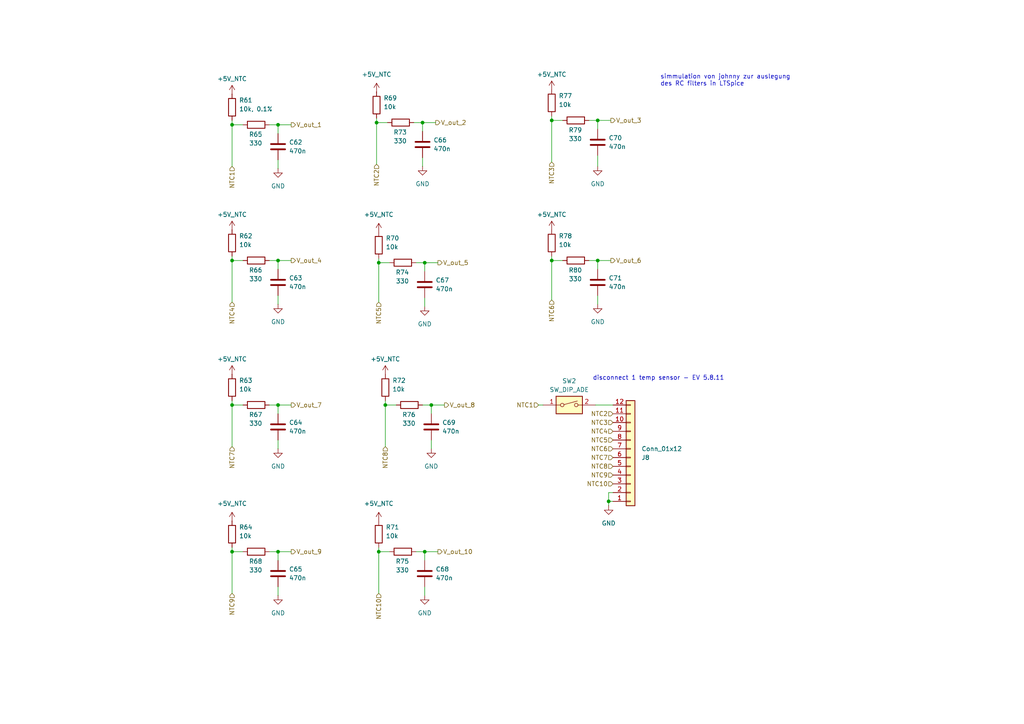
<source format=kicad_sch>
(kicad_sch
	(version 20231120)
	(generator "eeschema")
	(generator_version "8.0")
	(uuid "c04fa1e9-ff14-4ce8-b8e4-68ac8a1e4cda")
	(paper "A4")
	(lib_symbols
		(symbol "Connector_Generic:Conn_01x12"
			(pin_names
				(offset 1.016) hide)
			(exclude_from_sim no)
			(in_bom yes)
			(on_board yes)
			(property "Reference" "J"
				(at 0 15.24 0)
				(effects
					(font
						(size 1.27 1.27)
					)
				)
			)
			(property "Value" "Conn_01x12"
				(at 0 -17.78 0)
				(effects
					(font
						(size 1.27 1.27)
					)
				)
			)
			(property "Footprint" ""
				(at 0 0 0)
				(effects
					(font
						(size 1.27 1.27)
					)
					(hide yes)
				)
			)
			(property "Datasheet" "~"
				(at 0 0 0)
				(effects
					(font
						(size 1.27 1.27)
					)
					(hide yes)
				)
			)
			(property "Description" "Generic connector, single row, 01x12, script generated (kicad-library-utils/schlib/autogen/connector/)"
				(at 0 0 0)
				(effects
					(font
						(size 1.27 1.27)
					)
					(hide yes)
				)
			)
			(property "ki_keywords" "connector"
				(at 0 0 0)
				(effects
					(font
						(size 1.27 1.27)
					)
					(hide yes)
				)
			)
			(property "ki_fp_filters" "Connector*:*_1x??_*"
				(at 0 0 0)
				(effects
					(font
						(size 1.27 1.27)
					)
					(hide yes)
				)
			)
			(symbol "Conn_01x12_1_1"
				(rectangle
					(start -1.27 -15.113)
					(end 0 -15.367)
					(stroke
						(width 0.1524)
						(type default)
					)
					(fill
						(type none)
					)
				)
				(rectangle
					(start -1.27 -12.573)
					(end 0 -12.827)
					(stroke
						(width 0.1524)
						(type default)
					)
					(fill
						(type none)
					)
				)
				(rectangle
					(start -1.27 -10.033)
					(end 0 -10.287)
					(stroke
						(width 0.1524)
						(type default)
					)
					(fill
						(type none)
					)
				)
				(rectangle
					(start -1.27 -7.493)
					(end 0 -7.747)
					(stroke
						(width 0.1524)
						(type default)
					)
					(fill
						(type none)
					)
				)
				(rectangle
					(start -1.27 -4.953)
					(end 0 -5.207)
					(stroke
						(width 0.1524)
						(type default)
					)
					(fill
						(type none)
					)
				)
				(rectangle
					(start -1.27 -2.413)
					(end 0 -2.667)
					(stroke
						(width 0.1524)
						(type default)
					)
					(fill
						(type none)
					)
				)
				(rectangle
					(start -1.27 0.127)
					(end 0 -0.127)
					(stroke
						(width 0.1524)
						(type default)
					)
					(fill
						(type none)
					)
				)
				(rectangle
					(start -1.27 2.667)
					(end 0 2.413)
					(stroke
						(width 0.1524)
						(type default)
					)
					(fill
						(type none)
					)
				)
				(rectangle
					(start -1.27 5.207)
					(end 0 4.953)
					(stroke
						(width 0.1524)
						(type default)
					)
					(fill
						(type none)
					)
				)
				(rectangle
					(start -1.27 7.747)
					(end 0 7.493)
					(stroke
						(width 0.1524)
						(type default)
					)
					(fill
						(type none)
					)
				)
				(rectangle
					(start -1.27 10.287)
					(end 0 10.033)
					(stroke
						(width 0.1524)
						(type default)
					)
					(fill
						(type none)
					)
				)
				(rectangle
					(start -1.27 12.827)
					(end 0 12.573)
					(stroke
						(width 0.1524)
						(type default)
					)
					(fill
						(type none)
					)
				)
				(rectangle
					(start -1.27 13.97)
					(end 1.27 -16.51)
					(stroke
						(width 0.254)
						(type default)
					)
					(fill
						(type background)
					)
				)
				(pin passive line
					(at -5.08 12.7 0)
					(length 3.81)
					(name "Pin_1"
						(effects
							(font
								(size 1.27 1.27)
							)
						)
					)
					(number "1"
						(effects
							(font
								(size 1.27 1.27)
							)
						)
					)
				)
				(pin passive line
					(at -5.08 -10.16 0)
					(length 3.81)
					(name "Pin_10"
						(effects
							(font
								(size 1.27 1.27)
							)
						)
					)
					(number "10"
						(effects
							(font
								(size 1.27 1.27)
							)
						)
					)
				)
				(pin passive line
					(at -5.08 -12.7 0)
					(length 3.81)
					(name "Pin_11"
						(effects
							(font
								(size 1.27 1.27)
							)
						)
					)
					(number "11"
						(effects
							(font
								(size 1.27 1.27)
							)
						)
					)
				)
				(pin passive line
					(at -5.08 -15.24 0)
					(length 3.81)
					(name "Pin_12"
						(effects
							(font
								(size 1.27 1.27)
							)
						)
					)
					(number "12"
						(effects
							(font
								(size 1.27 1.27)
							)
						)
					)
				)
				(pin passive line
					(at -5.08 10.16 0)
					(length 3.81)
					(name "Pin_2"
						(effects
							(font
								(size 1.27 1.27)
							)
						)
					)
					(number "2"
						(effects
							(font
								(size 1.27 1.27)
							)
						)
					)
				)
				(pin passive line
					(at -5.08 7.62 0)
					(length 3.81)
					(name "Pin_3"
						(effects
							(font
								(size 1.27 1.27)
							)
						)
					)
					(number "3"
						(effects
							(font
								(size 1.27 1.27)
							)
						)
					)
				)
				(pin passive line
					(at -5.08 5.08 0)
					(length 3.81)
					(name "Pin_4"
						(effects
							(font
								(size 1.27 1.27)
							)
						)
					)
					(number "4"
						(effects
							(font
								(size 1.27 1.27)
							)
						)
					)
				)
				(pin passive line
					(at -5.08 2.54 0)
					(length 3.81)
					(name "Pin_5"
						(effects
							(font
								(size 1.27 1.27)
							)
						)
					)
					(number "5"
						(effects
							(font
								(size 1.27 1.27)
							)
						)
					)
				)
				(pin passive line
					(at -5.08 0 0)
					(length 3.81)
					(name "Pin_6"
						(effects
							(font
								(size 1.27 1.27)
							)
						)
					)
					(number "6"
						(effects
							(font
								(size 1.27 1.27)
							)
						)
					)
				)
				(pin passive line
					(at -5.08 -2.54 0)
					(length 3.81)
					(name "Pin_7"
						(effects
							(font
								(size 1.27 1.27)
							)
						)
					)
					(number "7"
						(effects
							(font
								(size 1.27 1.27)
							)
						)
					)
				)
				(pin passive line
					(at -5.08 -5.08 0)
					(length 3.81)
					(name "Pin_8"
						(effects
							(font
								(size 1.27 1.27)
							)
						)
					)
					(number "8"
						(effects
							(font
								(size 1.27 1.27)
							)
						)
					)
				)
				(pin passive line
					(at -5.08 -7.62 0)
					(length 3.81)
					(name "Pin_9"
						(effects
							(font
								(size 1.27 1.27)
							)
						)
					)
					(number "9"
						(effects
							(font
								(size 1.27 1.27)
							)
						)
					)
				)
			)
		)
		(symbol "Device:C"
			(pin_numbers hide)
			(pin_names
				(offset 0.254)
			)
			(exclude_from_sim no)
			(in_bom yes)
			(on_board yes)
			(property "Reference" "C"
				(at 0.635 2.54 0)
				(effects
					(font
						(size 1.27 1.27)
					)
					(justify left)
				)
			)
			(property "Value" "C"
				(at 0.635 -2.54 0)
				(effects
					(font
						(size 1.27 1.27)
					)
					(justify left)
				)
			)
			(property "Footprint" ""
				(at 0.9652 -3.81 0)
				(effects
					(font
						(size 1.27 1.27)
					)
					(hide yes)
				)
			)
			(property "Datasheet" "~"
				(at 0 0 0)
				(effects
					(font
						(size 1.27 1.27)
					)
					(hide yes)
				)
			)
			(property "Description" "Unpolarized capacitor"
				(at 0 0 0)
				(effects
					(font
						(size 1.27 1.27)
					)
					(hide yes)
				)
			)
			(property "ki_keywords" "cap capacitor"
				(at 0 0 0)
				(effects
					(font
						(size 1.27 1.27)
					)
					(hide yes)
				)
			)
			(property "ki_fp_filters" "C_*"
				(at 0 0 0)
				(effects
					(font
						(size 1.27 1.27)
					)
					(hide yes)
				)
			)
			(symbol "C_0_1"
				(polyline
					(pts
						(xy -2.032 -0.762) (xy 2.032 -0.762)
					)
					(stroke
						(width 0.508)
						(type default)
					)
					(fill
						(type none)
					)
				)
				(polyline
					(pts
						(xy -2.032 0.762) (xy 2.032 0.762)
					)
					(stroke
						(width 0.508)
						(type default)
					)
					(fill
						(type none)
					)
				)
			)
			(symbol "C_1_1"
				(pin passive line
					(at 0 3.81 270)
					(length 2.794)
					(name "~"
						(effects
							(font
								(size 1.27 1.27)
							)
						)
					)
					(number "1"
						(effects
							(font
								(size 1.27 1.27)
							)
						)
					)
				)
				(pin passive line
					(at 0 -3.81 90)
					(length 2.794)
					(name "~"
						(effects
							(font
								(size 1.27 1.27)
							)
						)
					)
					(number "2"
						(effects
							(font
								(size 1.27 1.27)
							)
						)
					)
				)
			)
		)
		(symbol "Device:R"
			(pin_numbers hide)
			(pin_names
				(offset 0)
			)
			(exclude_from_sim no)
			(in_bom yes)
			(on_board yes)
			(property "Reference" "R"
				(at 2.032 0 90)
				(effects
					(font
						(size 1.27 1.27)
					)
				)
			)
			(property "Value" "R"
				(at 0 0 90)
				(effects
					(font
						(size 1.27 1.27)
					)
				)
			)
			(property "Footprint" ""
				(at -1.778 0 90)
				(effects
					(font
						(size 1.27 1.27)
					)
					(hide yes)
				)
			)
			(property "Datasheet" "~"
				(at 0 0 0)
				(effects
					(font
						(size 1.27 1.27)
					)
					(hide yes)
				)
			)
			(property "Description" "Resistor"
				(at 0 0 0)
				(effects
					(font
						(size 1.27 1.27)
					)
					(hide yes)
				)
			)
			(property "ki_keywords" "R res resistor"
				(at 0 0 0)
				(effects
					(font
						(size 1.27 1.27)
					)
					(hide yes)
				)
			)
			(property "ki_fp_filters" "R_*"
				(at 0 0 0)
				(effects
					(font
						(size 1.27 1.27)
					)
					(hide yes)
				)
			)
			(symbol "R_0_1"
				(rectangle
					(start -1.016 -2.54)
					(end 1.016 2.54)
					(stroke
						(width 0.254)
						(type default)
					)
					(fill
						(type none)
					)
				)
			)
			(symbol "R_1_1"
				(pin passive line
					(at 0 3.81 270)
					(length 1.27)
					(name "~"
						(effects
							(font
								(size 1.27 1.27)
							)
						)
					)
					(number "1"
						(effects
							(font
								(size 1.27 1.27)
							)
						)
					)
				)
				(pin passive line
					(at 0 -3.81 90)
					(length 1.27)
					(name "~"
						(effects
							(font
								(size 1.27 1.27)
							)
						)
					)
					(number "2"
						(effects
							(font
								(size 1.27 1.27)
							)
						)
					)
				)
			)
		)
		(symbol "Switch:SW_DIP_x01"
			(pin_names
				(offset 0) hide)
			(exclude_from_sim no)
			(in_bom yes)
			(on_board yes)
			(property "Reference" "SW"
				(at 0 3.81 0)
				(effects
					(font
						(size 1.27 1.27)
					)
				)
			)
			(property "Value" "SW_DIP_x01"
				(at 0 -3.81 0)
				(effects
					(font
						(size 1.27 1.27)
					)
				)
			)
			(property "Footprint" ""
				(at 0 0 0)
				(effects
					(font
						(size 1.27 1.27)
					)
					(hide yes)
				)
			)
			(property "Datasheet" "~"
				(at 0 0 0)
				(effects
					(font
						(size 1.27 1.27)
					)
					(hide yes)
				)
			)
			(property "Description" "1x DIP Switch, Single Pole Single Throw (SPST) switch, small symbol"
				(at 0 0 0)
				(effects
					(font
						(size 1.27 1.27)
					)
					(hide yes)
				)
			)
			(property "ki_keywords" "dip switch"
				(at 0 0 0)
				(effects
					(font
						(size 1.27 1.27)
					)
					(hide yes)
				)
			)
			(property "ki_fp_filters" "SW?DIP?x1*"
				(at 0 0 0)
				(effects
					(font
						(size 1.27 1.27)
					)
					(hide yes)
				)
			)
			(symbol "SW_DIP_x01_0_0"
				(circle
					(center -2.032 0)
					(radius 0.508)
					(stroke
						(width 0)
						(type default)
					)
					(fill
						(type none)
					)
				)
				(polyline
					(pts
						(xy -1.524 0.127) (xy 2.3622 1.1684)
					)
					(stroke
						(width 0)
						(type default)
					)
					(fill
						(type none)
					)
				)
				(circle
					(center 2.032 0)
					(radius 0.508)
					(stroke
						(width 0)
						(type default)
					)
					(fill
						(type none)
					)
				)
			)
			(symbol "SW_DIP_x01_0_1"
				(rectangle
					(start -3.81 2.54)
					(end 3.81 -2.54)
					(stroke
						(width 0.254)
						(type default)
					)
					(fill
						(type background)
					)
				)
			)
			(symbol "SW_DIP_x01_1_1"
				(pin passive line
					(at -7.62 0 0)
					(length 5.08)
					(name "~"
						(effects
							(font
								(size 1.27 1.27)
							)
						)
					)
					(number "1"
						(effects
							(font
								(size 1.27 1.27)
							)
						)
					)
				)
				(pin passive line
					(at 7.62 0 180)
					(length 5.08)
					(name "~"
						(effects
							(font
								(size 1.27 1.27)
							)
						)
					)
					(number "2"
						(effects
							(font
								(size 1.27 1.27)
							)
						)
					)
				)
			)
		)
		(symbol "power:+5V"
			(power)
			(pin_numbers hide)
			(pin_names
				(offset 0) hide)
			(exclude_from_sim no)
			(in_bom yes)
			(on_board yes)
			(property "Reference" "#PWR"
				(at 0 -3.81 0)
				(effects
					(font
						(size 1.27 1.27)
					)
					(hide yes)
				)
			)
			(property "Value" "+5V"
				(at 0 3.556 0)
				(effects
					(font
						(size 1.27 1.27)
					)
				)
			)
			(property "Footprint" ""
				(at 0 0 0)
				(effects
					(font
						(size 1.27 1.27)
					)
					(hide yes)
				)
			)
			(property "Datasheet" ""
				(at 0 0 0)
				(effects
					(font
						(size 1.27 1.27)
					)
					(hide yes)
				)
			)
			(property "Description" "Power symbol creates a global label with name \"+5V\""
				(at 0 0 0)
				(effects
					(font
						(size 1.27 1.27)
					)
					(hide yes)
				)
			)
			(property "ki_keywords" "global power"
				(at 0 0 0)
				(effects
					(font
						(size 1.27 1.27)
					)
					(hide yes)
				)
			)
			(symbol "+5V_0_1"
				(polyline
					(pts
						(xy -0.762 1.27) (xy 0 2.54)
					)
					(stroke
						(width 0)
						(type default)
					)
					(fill
						(type none)
					)
				)
				(polyline
					(pts
						(xy 0 0) (xy 0 2.54)
					)
					(stroke
						(width 0)
						(type default)
					)
					(fill
						(type none)
					)
				)
				(polyline
					(pts
						(xy 0 2.54) (xy 0.762 1.27)
					)
					(stroke
						(width 0)
						(type default)
					)
					(fill
						(type none)
					)
				)
			)
			(symbol "+5V_1_1"
				(pin power_in line
					(at 0 0 90)
					(length 0)
					(name "~"
						(effects
							(font
								(size 1.27 1.27)
							)
						)
					)
					(number "1"
						(effects
							(font
								(size 1.27 1.27)
							)
						)
					)
				)
			)
		)
		(symbol "power:GND"
			(power)
			(pin_numbers hide)
			(pin_names
				(offset 0) hide)
			(exclude_from_sim no)
			(in_bom yes)
			(on_board yes)
			(property "Reference" "#PWR"
				(at 0 -6.35 0)
				(effects
					(font
						(size 1.27 1.27)
					)
					(hide yes)
				)
			)
			(property "Value" "GND"
				(at 0 -3.81 0)
				(effects
					(font
						(size 1.27 1.27)
					)
				)
			)
			(property "Footprint" ""
				(at 0 0 0)
				(effects
					(font
						(size 1.27 1.27)
					)
					(hide yes)
				)
			)
			(property "Datasheet" ""
				(at 0 0 0)
				(effects
					(font
						(size 1.27 1.27)
					)
					(hide yes)
				)
			)
			(property "Description" "Power symbol creates a global label with name \"GND\" , ground"
				(at 0 0 0)
				(effects
					(font
						(size 1.27 1.27)
					)
					(hide yes)
				)
			)
			(property "ki_keywords" "global power"
				(at 0 0 0)
				(effects
					(font
						(size 1.27 1.27)
					)
					(hide yes)
				)
			)
			(symbol "GND_0_1"
				(polyline
					(pts
						(xy 0 0) (xy 0 -1.27) (xy 1.27 -1.27) (xy 0 -2.54) (xy -1.27 -1.27) (xy 0 -1.27)
					)
					(stroke
						(width 0)
						(type default)
					)
					(fill
						(type none)
					)
				)
			)
			(symbol "GND_1_1"
				(pin power_in line
					(at 0 0 270)
					(length 0)
					(name "~"
						(effects
							(font
								(size 1.27 1.27)
							)
						)
					)
					(number "1"
						(effects
							(font
								(size 1.27 1.27)
							)
						)
					)
				)
			)
		)
	)
	(junction
		(at 67.31 160.02)
		(diameter 0)
		(color 0 0 0 0)
		(uuid "01fb401c-c95a-41ca-9934-8a7e7b81bffd")
	)
	(junction
		(at 67.31 117.475)
		(diameter 0)
		(color 0 0 0 0)
		(uuid "0847b9ca-0a1c-46f0-b1ea-5dc81f91fb2a")
	)
	(junction
		(at 176.53 145.415)
		(diameter 0)
		(color 0 0 0 0)
		(uuid "0abfc9d8-ea44-4835-b1f4-508e280cda93")
	)
	(junction
		(at 160.02 75.565)
		(diameter 0)
		(color 0 0 0 0)
		(uuid "11df4e94-ecc9-4952-9c0c-cd9ddb20b998")
	)
	(junction
		(at 80.645 36.195)
		(diameter 0)
		(color 0 0 0 0)
		(uuid "1b1d9fe1-28ea-449c-a63c-d0b6e2fe3276")
	)
	(junction
		(at 123.19 76.2)
		(diameter 0)
		(color 0 0 0 0)
		(uuid "1f52d40d-de37-48b0-a69e-8ae1d28aa0e7")
	)
	(junction
		(at 109.855 160.02)
		(diameter 0)
		(color 0 0 0 0)
		(uuid "21fa2cf2-6643-450f-9b3b-d185ef9aa089")
	)
	(junction
		(at 109.22 35.56)
		(diameter 0)
		(color 0 0 0 0)
		(uuid "2341f4e3-29fb-4001-89bf-58127edc70be")
	)
	(junction
		(at 123.19 160.02)
		(diameter 0)
		(color 0 0 0 0)
		(uuid "4d794a22-5501-43bb-ad28-0d9af24a8af2")
	)
	(junction
		(at 80.645 160.02)
		(diameter 0)
		(color 0 0 0 0)
		(uuid "5eb1bdc0-5e86-4168-9085-8954f9008253")
	)
	(junction
		(at 125.095 117.475)
		(diameter 0)
		(color 0 0 0 0)
		(uuid "6ad276b1-c67d-4da7-993a-7fba78c75dcf")
	)
	(junction
		(at 67.31 36.195)
		(diameter 0)
		(color 0 0 0 0)
		(uuid "6ffde988-d1b9-4e5a-94e2-c4b766b195e6")
	)
	(junction
		(at 122.555 35.56)
		(diameter 0)
		(color 0 0 0 0)
		(uuid "75073320-32c2-4d03-bd64-6c51e9e8bab2")
	)
	(junction
		(at 173.355 75.565)
		(diameter 0)
		(color 0 0 0 0)
		(uuid "8ddf13bb-4ae8-4ed6-88fc-150e1a8fceda")
	)
	(junction
		(at 80.645 75.565)
		(diameter 0)
		(color 0 0 0 0)
		(uuid "9f0bc0fc-3b7c-4b93-8561-55714d207f35")
	)
	(junction
		(at 160.02 34.925)
		(diameter 0)
		(color 0 0 0 0)
		(uuid "a5d40e78-aa87-4584-b256-812d31e56220")
	)
	(junction
		(at 67.31 75.565)
		(diameter 0)
		(color 0 0 0 0)
		(uuid "c936cf66-68a3-43ed-8889-ef9aef24fcce")
	)
	(junction
		(at 80.645 117.475)
		(diameter 0)
		(color 0 0 0 0)
		(uuid "dfa73a03-8a7f-42c0-9613-f70531bfe634")
	)
	(junction
		(at 173.355 34.925)
		(diameter 0)
		(color 0 0 0 0)
		(uuid "e065e274-b97d-430d-b8f3-78ac7555fd17")
	)
	(junction
		(at 109.855 76.2)
		(diameter 0)
		(color 0 0 0 0)
		(uuid "f700d287-49d4-47c8-b83e-3ff34e32540d")
	)
	(junction
		(at 111.76 117.475)
		(diameter 0)
		(color 0 0 0 0)
		(uuid "fdfdcc8f-d662-4303-8301-21e070710f7a")
	)
	(wire
		(pts
			(xy 67.31 74.295) (xy 67.31 75.565)
		)
		(stroke
			(width 0)
			(type default)
		)
		(uuid "05867618-329b-47dd-9888-267c91ce9118")
	)
	(wire
		(pts
			(xy 67.31 158.75) (xy 67.31 160.02)
		)
		(stroke
			(width 0)
			(type default)
		)
		(uuid "09229c9c-dd0a-43a0-ae37-68006e44797e")
	)
	(wire
		(pts
			(xy 67.31 160.02) (xy 67.31 172.085)
		)
		(stroke
			(width 0)
			(type default)
		)
		(uuid "0a61b3d1-e9d8-4ba1-bb3f-15c8742ecb20")
	)
	(wire
		(pts
			(xy 109.855 160.02) (xy 113.03 160.02)
		)
		(stroke
			(width 0)
			(type default)
		)
		(uuid "0fbc10fd-2d1f-43fe-ab98-fa77d422e977")
	)
	(wire
		(pts
			(xy 80.645 36.195) (xy 84.455 36.195)
		)
		(stroke
			(width 0)
			(type default)
		)
		(uuid "1519fe6d-dc2d-4115-951e-e1f46902d14f")
	)
	(wire
		(pts
			(xy 67.31 116.205) (xy 67.31 117.475)
		)
		(stroke
			(width 0)
			(type default)
		)
		(uuid "1b97dc00-52a9-4e67-a44b-9ec720d23fc9")
	)
	(wire
		(pts
			(xy 156.21 117.475) (xy 157.48 117.475)
		)
		(stroke
			(width 0)
			(type default)
		)
		(uuid "1c6f90f1-3857-4cb0-9c9a-6841e42027c4")
	)
	(wire
		(pts
			(xy 80.645 160.02) (xy 80.645 162.56)
		)
		(stroke
			(width 0)
			(type default)
		)
		(uuid "1dd6ebbf-27a5-44ee-bec0-0743b5a41dc6")
	)
	(wire
		(pts
			(xy 80.645 88.265) (xy 80.645 85.725)
		)
		(stroke
			(width 0)
			(type default)
		)
		(uuid "22b56279-4a73-48b4-8012-6a4a9f97c8ef")
	)
	(wire
		(pts
			(xy 80.645 130.175) (xy 80.645 127.635)
		)
		(stroke
			(width 0)
			(type default)
		)
		(uuid "269e5df9-8ea8-432e-a808-d8e27224a097")
	)
	(wire
		(pts
			(xy 173.355 75.565) (xy 173.355 78.105)
		)
		(stroke
			(width 0)
			(type default)
		)
		(uuid "33c995b0-d84a-4e9c-b5f4-84b73530cfef")
	)
	(wire
		(pts
			(xy 109.855 158.75) (xy 109.855 160.02)
		)
		(stroke
			(width 0)
			(type default)
		)
		(uuid "3981178f-ad8f-4541-b4f3-e619ac67186c")
	)
	(wire
		(pts
			(xy 111.76 117.475) (xy 111.76 129.54)
		)
		(stroke
			(width 0)
			(type default)
		)
		(uuid "3dd3ee71-abe2-4fbc-8b89-d69ea4c4d178")
	)
	(wire
		(pts
			(xy 109.22 35.56) (xy 109.22 47.625)
		)
		(stroke
			(width 0)
			(type default)
		)
		(uuid "3e924cd6-663e-4824-90ff-62dd86d4e2c9")
	)
	(wire
		(pts
			(xy 67.31 36.195) (xy 67.31 48.26)
		)
		(stroke
			(width 0)
			(type default)
		)
		(uuid "47bda7fd-7b36-4985-a056-bde39d01be27")
	)
	(wire
		(pts
			(xy 170.815 75.565) (xy 173.355 75.565)
		)
		(stroke
			(width 0)
			(type default)
		)
		(uuid "490ed9e9-18a1-4dd6-8a0e-289e7e6e9900")
	)
	(wire
		(pts
			(xy 123.19 160.02) (xy 127 160.02)
		)
		(stroke
			(width 0)
			(type default)
		)
		(uuid "4a4af83f-858b-45de-ab67-e57ede698612")
	)
	(wire
		(pts
			(xy 67.31 117.475) (xy 67.31 129.54)
		)
		(stroke
			(width 0)
			(type default)
		)
		(uuid "4d18d1a4-7eb8-4de6-a24e-f24874806ce6")
	)
	(wire
		(pts
			(xy 80.645 75.565) (xy 80.645 78.105)
		)
		(stroke
			(width 0)
			(type default)
		)
		(uuid "5189202a-cd66-4afc-ba5b-9a1b5b1581c6")
	)
	(wire
		(pts
			(xy 109.855 160.02) (xy 109.855 172.085)
		)
		(stroke
			(width 0)
			(type default)
		)
		(uuid "5a4a7597-eda6-4950-b468-3f9456ff3015")
	)
	(wire
		(pts
			(xy 125.095 117.475) (xy 128.905 117.475)
		)
		(stroke
			(width 0)
			(type default)
		)
		(uuid "5f63a578-c279-489d-81bc-87419518fc53")
	)
	(wire
		(pts
			(xy 122.555 35.56) (xy 126.365 35.56)
		)
		(stroke
			(width 0)
			(type default)
		)
		(uuid "619b3bb9-a5a9-4bca-b182-c00731e119b7")
	)
	(wire
		(pts
			(xy 170.815 34.925) (xy 173.355 34.925)
		)
		(stroke
			(width 0)
			(type default)
		)
		(uuid "68436125-8aa1-49f0-916b-ad5257a7023c")
	)
	(wire
		(pts
			(xy 122.555 35.56) (xy 122.555 38.1)
		)
		(stroke
			(width 0)
			(type default)
		)
		(uuid "6a3b0c17-d9fd-45a9-ba54-e1c9cda9419e")
	)
	(wire
		(pts
			(xy 176.53 145.415) (xy 177.8 145.415)
		)
		(stroke
			(width 0)
			(type default)
		)
		(uuid "6c0707fb-e7dc-44a8-99bc-fa98e2969787")
	)
	(wire
		(pts
			(xy 78.105 75.565) (xy 80.645 75.565)
		)
		(stroke
			(width 0)
			(type default)
		)
		(uuid "6ca1a23c-7450-4c53-a1ac-ccd9564a22a5")
	)
	(wire
		(pts
			(xy 176.53 142.875) (xy 177.8 142.875)
		)
		(stroke
			(width 0)
			(type default)
		)
		(uuid "6d43f3a2-2ca8-4be5-9ab9-45823cf69505")
	)
	(wire
		(pts
			(xy 173.355 88.265) (xy 173.355 85.725)
		)
		(stroke
			(width 0)
			(type default)
		)
		(uuid "6ddbeeb4-ca91-4394-924a-115c5bcb3f55")
	)
	(wire
		(pts
			(xy 80.645 117.475) (xy 80.645 120.015)
		)
		(stroke
			(width 0)
			(type default)
		)
		(uuid "6e2f45d2-3e57-4762-9610-34f2dc35d9ae")
	)
	(wire
		(pts
			(xy 125.095 117.475) (xy 125.095 120.015)
		)
		(stroke
			(width 0)
			(type default)
		)
		(uuid "6f0277cd-1e96-4f7f-bec3-03176c48c4de")
	)
	(wire
		(pts
			(xy 173.355 34.925) (xy 173.355 37.465)
		)
		(stroke
			(width 0)
			(type default)
		)
		(uuid "71233b7d-9c9a-42c6-8859-ad8469f49fbc")
	)
	(wire
		(pts
			(xy 80.645 36.195) (xy 80.645 38.735)
		)
		(stroke
			(width 0)
			(type default)
		)
		(uuid "7345c3a8-140f-4493-b9bd-860da7208990")
	)
	(wire
		(pts
			(xy 160.02 74.295) (xy 160.02 75.565)
		)
		(stroke
			(width 0)
			(type default)
		)
		(uuid "749c5ba4-37d5-43b3-a68a-b3f4dd2b7254")
	)
	(wire
		(pts
			(xy 80.645 117.475) (xy 84.455 117.475)
		)
		(stroke
			(width 0)
			(type default)
		)
		(uuid "75363d5f-b9c7-493f-80c6-0462362b522d")
	)
	(wire
		(pts
			(xy 160.02 34.925) (xy 163.195 34.925)
		)
		(stroke
			(width 0)
			(type default)
		)
		(uuid "75fa0159-07f1-408a-ad12-1180d4fa99c5")
	)
	(wire
		(pts
			(xy 109.22 35.56) (xy 112.395 35.56)
		)
		(stroke
			(width 0)
			(type default)
		)
		(uuid "812168b9-5ca3-4090-a402-17ce3dc3df94")
	)
	(wire
		(pts
			(xy 122.555 48.26) (xy 122.555 45.72)
		)
		(stroke
			(width 0)
			(type default)
		)
		(uuid "88844417-e263-458b-8933-914b788f3a83")
	)
	(wire
		(pts
			(xy 67.31 36.195) (xy 70.485 36.195)
		)
		(stroke
			(width 0)
			(type default)
		)
		(uuid "8d9ea2f1-427e-4130-9c7f-e2db7cb71a68")
	)
	(wire
		(pts
			(xy 173.355 34.925) (xy 177.165 34.925)
		)
		(stroke
			(width 0)
			(type default)
		)
		(uuid "8ee4ae0e-276f-415f-9bff-e17a3e4b17b7")
	)
	(wire
		(pts
			(xy 67.31 75.565) (xy 70.485 75.565)
		)
		(stroke
			(width 0)
			(type default)
		)
		(uuid "953c589c-cdbc-485a-bf8c-7caf43c5cf6b")
	)
	(wire
		(pts
			(xy 78.105 36.195) (xy 80.645 36.195)
		)
		(stroke
			(width 0)
			(type default)
		)
		(uuid "9884bede-9d12-42b7-9c7e-84b87c56f61c")
	)
	(wire
		(pts
			(xy 78.105 117.475) (xy 80.645 117.475)
		)
		(stroke
			(width 0)
			(type default)
		)
		(uuid "98edeba6-46cf-4998-8814-cc5350eb6ea3")
	)
	(wire
		(pts
			(xy 123.19 172.72) (xy 123.19 170.18)
		)
		(stroke
			(width 0)
			(type default)
		)
		(uuid "99f8fe99-3012-4d2a-a6b5-574094982fb4")
	)
	(wire
		(pts
			(xy 67.31 117.475) (xy 70.485 117.475)
		)
		(stroke
			(width 0)
			(type default)
		)
		(uuid "9aff0929-72fb-4dc0-8c5b-e276746107b9")
	)
	(wire
		(pts
			(xy 109.855 76.2) (xy 109.855 87.63)
		)
		(stroke
			(width 0)
			(type default)
		)
		(uuid "9d08fb7c-2560-4f43-81ba-b2db9762c044")
	)
	(wire
		(pts
			(xy 109.855 76.2) (xy 113.03 76.2)
		)
		(stroke
			(width 0)
			(type default)
		)
		(uuid "9ed9896d-b507-46cc-884a-86565f26aa7d")
	)
	(wire
		(pts
			(xy 67.31 75.565) (xy 67.31 87.63)
		)
		(stroke
			(width 0)
			(type default)
		)
		(uuid "9f1979f8-d436-4b12-9352-1358d017431f")
	)
	(wire
		(pts
			(xy 172.72 117.475) (xy 177.8 117.475)
		)
		(stroke
			(width 0)
			(type default)
		)
		(uuid "b0f2dc12-134b-45a5-bc06-ac5723f9b6c3")
	)
	(wire
		(pts
			(xy 125.095 130.175) (xy 125.095 127.635)
		)
		(stroke
			(width 0)
			(type default)
		)
		(uuid "b1b77055-f7ba-44cb-b333-ad81016cdc6e")
	)
	(wire
		(pts
			(xy 80.645 48.895) (xy 80.645 46.355)
		)
		(stroke
			(width 0)
			(type default)
		)
		(uuid "b23a0464-771c-4b6b-af40-8b0a0b880e42")
	)
	(wire
		(pts
			(xy 111.76 117.475) (xy 114.935 117.475)
		)
		(stroke
			(width 0)
			(type default)
		)
		(uuid "b2a0a806-ad9b-4c7d-bebb-ceb3a3e9a50e")
	)
	(wire
		(pts
			(xy 120.015 35.56) (xy 122.555 35.56)
		)
		(stroke
			(width 0)
			(type default)
		)
		(uuid "b34c9e31-2faa-4352-8e59-6975c89307c7")
	)
	(wire
		(pts
			(xy 173.355 48.26) (xy 173.355 45.085)
		)
		(stroke
			(width 0)
			(type default)
		)
		(uuid "c3d9b96c-c0a6-4179-be46-085ddd7e5693")
	)
	(wire
		(pts
			(xy 111.76 116.205) (xy 111.76 117.475)
		)
		(stroke
			(width 0)
			(type default)
		)
		(uuid "c6ea5e8e-5d1a-43de-845f-1697e8a67884")
	)
	(wire
		(pts
			(xy 122.555 117.475) (xy 125.095 117.475)
		)
		(stroke
			(width 0)
			(type default)
		)
		(uuid "c789cf90-c6cb-4c12-bd89-114381af874b")
	)
	(wire
		(pts
			(xy 160.02 34.925) (xy 160.02 46.99)
		)
		(stroke
			(width 0)
			(type default)
		)
		(uuid "cb85bf9b-0942-4e25-96ab-323538a54d02")
	)
	(wire
		(pts
			(xy 109.22 34.29) (xy 109.22 35.56)
		)
		(stroke
			(width 0)
			(type default)
		)
		(uuid "cbfacf06-ff51-4375-bd88-8252c63f6cfc")
	)
	(wire
		(pts
			(xy 120.65 160.02) (xy 123.19 160.02)
		)
		(stroke
			(width 0)
			(type default)
		)
		(uuid "cf670265-cef7-41d6-9829-ee0de89e675b")
	)
	(wire
		(pts
			(xy 120.65 76.2) (xy 123.19 76.2)
		)
		(stroke
			(width 0)
			(type default)
		)
		(uuid "d511874c-3055-47d8-b4b3-d6e8c192caf4")
	)
	(wire
		(pts
			(xy 160.02 75.565) (xy 163.195 75.565)
		)
		(stroke
			(width 0)
			(type default)
		)
		(uuid "d69241ef-6276-4487-8ccb-dc53ddd72c86")
	)
	(wire
		(pts
			(xy 173.355 75.565) (xy 177.165 75.565)
		)
		(stroke
			(width 0)
			(type default)
		)
		(uuid "d6fb409e-1ab1-46a2-82d9-6afbbfa404a4")
	)
	(wire
		(pts
			(xy 80.645 75.565) (xy 84.455 75.565)
		)
		(stroke
			(width 0)
			(type default)
		)
		(uuid "d7785053-66d5-4e56-b90b-62638e5cc28e")
	)
	(wire
		(pts
			(xy 80.645 160.02) (xy 84.455 160.02)
		)
		(stroke
			(width 0)
			(type default)
		)
		(uuid "d992a387-0ed9-493c-9506-e5f0f830a0e2")
	)
	(wire
		(pts
			(xy 78.105 160.02) (xy 80.645 160.02)
		)
		(stroke
			(width 0)
			(type default)
		)
		(uuid "dc7aea48-42c0-43ce-ace0-7be18ca15968")
	)
	(wire
		(pts
			(xy 160.02 33.655) (xy 160.02 34.925)
		)
		(stroke
			(width 0)
			(type default)
		)
		(uuid "de393ef1-95b7-4d25-b72e-dc59ec89f587")
	)
	(wire
		(pts
			(xy 123.19 160.02) (xy 123.19 162.56)
		)
		(stroke
			(width 0)
			(type default)
		)
		(uuid "e3016d78-4f5b-4d3e-bb99-784ea5f68aa8")
	)
	(wire
		(pts
			(xy 123.19 88.9) (xy 123.19 86.36)
		)
		(stroke
			(width 0)
			(type default)
		)
		(uuid "e385d0be-3c80-4bd0-9756-72a492dc922c")
	)
	(wire
		(pts
			(xy 176.53 145.415) (xy 176.53 142.875)
		)
		(stroke
			(width 0)
			(type default)
		)
		(uuid "e42a5cc2-8999-4d12-939f-37dd6b7f2a1f")
	)
	(wire
		(pts
			(xy 176.53 146.685) (xy 176.53 145.415)
		)
		(stroke
			(width 0)
			(type default)
		)
		(uuid "e99d282c-4bc7-4a44-b17e-f7b2d87e1a43")
	)
	(wire
		(pts
			(xy 80.645 172.72) (xy 80.645 170.18)
		)
		(stroke
			(width 0)
			(type default)
		)
		(uuid "f7c3eeba-dd21-4110-941c-2925abce6d1b")
	)
	(wire
		(pts
			(xy 160.02 75.565) (xy 160.02 86.995)
		)
		(stroke
			(width 0)
			(type default)
		)
		(uuid "fa18c5e7-83d7-41bb-b520-628b807c7a58")
	)
	(wire
		(pts
			(xy 109.855 74.93) (xy 109.855 76.2)
		)
		(stroke
			(width 0)
			(type default)
		)
		(uuid "fa67102f-78be-4f12-9a74-690398015180")
	)
	(wire
		(pts
			(xy 67.31 160.02) (xy 70.485 160.02)
		)
		(stroke
			(width 0)
			(type default)
		)
		(uuid "fa95a7b4-9a06-40d8-9749-7097f40ed4b8")
	)
	(wire
		(pts
			(xy 123.19 76.2) (xy 123.19 78.74)
		)
		(stroke
			(width 0)
			(type default)
		)
		(uuid "fad73009-683f-4405-acbd-6d37b2115329")
	)
	(wire
		(pts
			(xy 123.19 76.2) (xy 127 76.2)
		)
		(stroke
			(width 0)
			(type default)
		)
		(uuid "fce6303c-d884-4788-aaf7-a80f37c1ec79")
	)
	(wire
		(pts
			(xy 67.31 34.925) (xy 67.31 36.195)
		)
		(stroke
			(width 0)
			(type default)
		)
		(uuid "fe1a72d5-608f-4c45-b53e-482c1c74fba6")
	)
	(text "disconnect 1 temp sensor - EV 5.8.11"
		(exclude_from_sim no)
		(at 191.008 109.728 0)
		(effects
			(font
				(size 1.27 1.27)
			)
		)
		(uuid "763572f0-043b-4b98-9662-8e4fe955b7cd")
	)
	(text "simmulation von johnny zur auslegung\ndes RC filters in LTSpice"
		(exclude_from_sim no)
		(at 191.516 23.368 0)
		(effects
			(font
				(size 1.27 1.27)
			)
			(justify left)
		)
		(uuid "fa357589-d187-417d-b36e-ec5bd7226974")
	)
	(hierarchical_label "NTC5"
		(shape input)
		(at 109.855 87.63 270)
		(fields_autoplaced yes)
		(effects
			(font
				(size 1.27 1.27)
			)
			(justify right)
		)
		(uuid "01bc7591-b5af-4451-8ab2-f846087c2847")
	)
	(hierarchical_label "NTC8"
		(shape input)
		(at 177.8 135.255 180)
		(fields_autoplaced yes)
		(effects
			(font
				(size 1.27 1.27)
			)
			(justify right)
		)
		(uuid "0877d408-3419-40f8-a98b-feeaa7bb5873")
	)
	(hierarchical_label "V_out_8"
		(shape output)
		(at 128.905 117.475 0)
		(fields_autoplaced yes)
		(effects
			(font
				(size 1.27 1.27)
			)
			(justify left)
		)
		(uuid "18809dd2-ae66-4823-8dc9-b786bc68c03d")
	)
	(hierarchical_label "NTC8"
		(shape input)
		(at 111.76 129.54 270)
		(fields_autoplaced yes)
		(effects
			(font
				(size 1.27 1.27)
			)
			(justify right)
		)
		(uuid "2b9f70f1-3b76-45d1-9011-246e9cc8a767")
	)
	(hierarchical_label "V_out_6"
		(shape output)
		(at 177.165 75.565 0)
		(fields_autoplaced yes)
		(effects
			(font
				(size 1.27 1.27)
			)
			(justify left)
		)
		(uuid "2f4f307e-8d44-4203-895e-1d7830531326")
	)
	(hierarchical_label "NTC3"
		(shape input)
		(at 177.8 122.555 180)
		(fields_autoplaced yes)
		(effects
			(font
				(size 1.27 1.27)
			)
			(justify right)
		)
		(uuid "30ea16d7-3f94-4000-8579-35a3a47586dc")
	)
	(hierarchical_label "NTC4"
		(shape input)
		(at 177.8 125.095 180)
		(fields_autoplaced yes)
		(effects
			(font
				(size 1.27 1.27)
			)
			(justify right)
		)
		(uuid "3796f2f2-c3f0-4e00-ad9c-d6da808aa496")
	)
	(hierarchical_label "NTC1"
		(shape input)
		(at 67.31 48.26 270)
		(fields_autoplaced yes)
		(effects
			(font
				(size 1.27 1.27)
			)
			(justify right)
		)
		(uuid "4774d135-86c3-41f9-b086-c68fad0da12f")
	)
	(hierarchical_label "NTC1"
		(shape input)
		(at 156.21 117.475 180)
		(fields_autoplaced yes)
		(effects
			(font
				(size 1.27 1.27)
			)
			(justify right)
		)
		(uuid "500208b4-0fd5-45dc-9493-12a1951b23dd")
	)
	(hierarchical_label "NTC6"
		(shape input)
		(at 160.02 86.995 270)
		(fields_autoplaced yes)
		(effects
			(font
				(size 1.27 1.27)
			)
			(justify right)
		)
		(uuid "5234e458-4c31-4adf-ba29-6935029a01a0")
	)
	(hierarchical_label "V_out_9"
		(shape output)
		(at 84.455 160.02 0)
		(fields_autoplaced yes)
		(effects
			(font
				(size 1.27 1.27)
			)
			(justify left)
		)
		(uuid "5a14d59c-56de-48be-bc1f-a12f4048514f")
	)
	(hierarchical_label "NTC9"
		(shape input)
		(at 67.31 172.085 270)
		(fields_autoplaced yes)
		(effects
			(font
				(size 1.27 1.27)
			)
			(justify right)
		)
		(uuid "7c11307a-8627-4184-9b04-4dc086c884d7")
	)
	(hierarchical_label "NTC7"
		(shape input)
		(at 177.8 132.715 180)
		(fields_autoplaced yes)
		(effects
			(font
				(size 1.27 1.27)
			)
			(justify right)
		)
		(uuid "87659909-4bf4-47ae-b14a-bf332e97ed2e")
	)
	(hierarchical_label "NTC4"
		(shape input)
		(at 67.31 87.63 270)
		(fields_autoplaced yes)
		(effects
			(font
				(size 1.27 1.27)
			)
			(justify right)
		)
		(uuid "906155e9-2f86-4df6-bbb3-f72ca8822ef2")
	)
	(hierarchical_label "NTC2"
		(shape input)
		(at 177.8 120.015 180)
		(fields_autoplaced yes)
		(effects
			(font
				(size 1.27 1.27)
			)
			(justify right)
		)
		(uuid "9984c3fb-52a3-4150-a8c5-188724f7f172")
	)
	(hierarchical_label "NTC7"
		(shape input)
		(at 67.31 129.54 270)
		(fields_autoplaced yes)
		(effects
			(font
				(size 1.27 1.27)
			)
			(justify right)
		)
		(uuid "a13f9791-7ed3-425e-80b2-7a20506663ce")
	)
	(hierarchical_label "NTC6"
		(shape input)
		(at 177.8 130.175 180)
		(fields_autoplaced yes)
		(effects
			(font
				(size 1.27 1.27)
			)
			(justify right)
		)
		(uuid "ac745175-5a97-4064-a1be-82ccca9cfc6b")
	)
	(hierarchical_label "V_out_1"
		(shape output)
		(at 84.455 36.195 0)
		(fields_autoplaced yes)
		(effects
			(font
				(size 1.27 1.27)
			)
			(justify left)
		)
		(uuid "bd6d4b57-6ff3-4757-8790-ece69bc04469")
	)
	(hierarchical_label "V_out_4"
		(shape output)
		(at 84.455 75.565 0)
		(fields_autoplaced yes)
		(effects
			(font
				(size 1.27 1.27)
			)
			(justify left)
		)
		(uuid "bdd46581-f182-42ed-a525-82088cf63b63")
	)
	(hierarchical_label "V_out_2"
		(shape output)
		(at 126.365 35.56 0)
		(fields_autoplaced yes)
		(effects
			(font
				(size 1.27 1.27)
			)
			(justify left)
		)
		(uuid "c145db02-7976-44fd-88dd-3351006a9f34")
	)
	(hierarchical_label "NTC10"
		(shape input)
		(at 109.855 172.085 270)
		(fields_autoplaced yes)
		(effects
			(font
				(size 1.27 1.27)
			)
			(justify right)
		)
		(uuid "d250504a-3632-4041-845b-3b7f51e4f1ea")
	)
	(hierarchical_label "NTC5"
		(shape input)
		(at 177.8 127.635 180)
		(fields_autoplaced yes)
		(effects
			(font
				(size 1.27 1.27)
			)
			(justify right)
		)
		(uuid "d6bea22e-b86c-4e87-a5b9-ef6b995c30a4")
	)
	(hierarchical_label "V_out_5"
		(shape output)
		(at 127 76.2 0)
		(fields_autoplaced yes)
		(effects
			(font
				(size 1.27 1.27)
			)
			(justify left)
		)
		(uuid "da1b61cd-6972-45e7-afb6-c7d652c9c692")
	)
	(hierarchical_label "NTC2"
		(shape input)
		(at 109.22 47.625 270)
		(fields_autoplaced yes)
		(effects
			(font
				(size 1.27 1.27)
			)
			(justify right)
		)
		(uuid "dc0e277d-577c-4996-8844-015229128780")
	)
	(hierarchical_label "NTC3"
		(shape input)
		(at 160.02 46.99 270)
		(fields_autoplaced yes)
		(effects
			(font
				(size 1.27 1.27)
			)
			(justify right)
		)
		(uuid "e77d4a21-8016-4302-8522-3bbcd1a725a3")
	)
	(hierarchical_label "V_out_3"
		(shape output)
		(at 177.165 34.925 0)
		(fields_autoplaced yes)
		(effects
			(font
				(size 1.27 1.27)
			)
			(justify left)
		)
		(uuid "e813e6ca-7f32-4052-9d60-d307f5bbecf1")
	)
	(hierarchical_label "V_out_10"
		(shape output)
		(at 127 160.02 0)
		(fields_autoplaced yes)
		(effects
			(font
				(size 1.27 1.27)
			)
			(justify left)
		)
		(uuid "e897beb8-6621-4c30-9513-20aa08313d6e")
	)
	(hierarchical_label "NTC9"
		(shape input)
		(at 177.8 137.795 180)
		(fields_autoplaced yes)
		(effects
			(font
				(size 1.27 1.27)
			)
			(justify right)
		)
		(uuid "ea7d3c61-df01-457a-9041-1d1bb5a22709")
	)
	(hierarchical_label "V_out_7"
		(shape output)
		(at 84.455 117.475 0)
		(fields_autoplaced yes)
		(effects
			(font
				(size 1.27 1.27)
			)
			(justify left)
		)
		(uuid "ef0e1f3b-3dc6-4a75-8a6f-1e6752eaf757")
	)
	(hierarchical_label "NTC10"
		(shape input)
		(at 177.8 140.335 180)
		(fields_autoplaced yes)
		(effects
			(font
				(size 1.27 1.27)
			)
			(justify right)
		)
		(uuid "fbd7d2d1-4225-4dd1-99c3-db37800332ab")
	)
	(symbol
		(lib_id "Device:R")
		(at 74.295 75.565 90)
		(unit 1)
		(exclude_from_sim no)
		(in_bom yes)
		(on_board yes)
		(dnp no)
		(uuid "0ab2410b-c647-4710-aec8-23d6ffed4e89")
		(property "Reference" "R66"
			(at 74.168 78.359 90)
			(effects
				(font
					(size 1.27 1.27)
				)
			)
		)
		(property "Value" "330"
			(at 74.168 80.899 90)
			(effects
				(font
					(size 1.27 1.27)
				)
			)
		)
		(property "Footprint" "Resistor_SMD:R_0603_1608Metric"
			(at 74.295 77.343 90)
			(effects
				(font
					(size 1.27 1.27)
				)
				(hide yes)
			)
		)
		(property "Datasheet" "~"
			(at 74.295 75.565 0)
			(effects
				(font
					(size 1.27 1.27)
				)
				(hide yes)
			)
		)
		(property "Description" "Resistor"
			(at 74.295 75.565 0)
			(effects
				(font
					(size 1.27 1.27)
				)
				(hide yes)
			)
		)
		(pin "1"
			(uuid "e604e4ed-6284-4dbc-a26f-ef240611f533")
		)
		(pin "2"
			(uuid "451d4dfb-835b-4b03-982a-6556c38d93bb")
		)
		(instances
			(project "FT25_AMS_Slave_fr"
				(path "/64eac9c4-e018-49db-b598-a7107a0db15b/2916c077-d2fd-484f-9568-6a2f674d2598"
					(reference "R66")
					(unit 1)
				)
			)
		)
	)
	(symbol
		(lib_id "Device:R")
		(at 67.31 70.485 0)
		(unit 1)
		(exclude_from_sim no)
		(in_bom yes)
		(on_board yes)
		(dnp no)
		(uuid "0b629e59-c2f0-4f67-a050-93d408c5be90")
		(property "Reference" "R62"
			(at 69.342 68.453 0)
			(effects
				(font
					(size 1.27 1.27)
				)
				(justify left)
			)
		)
		(property "Value" "10k"
			(at 69.342 70.993 0)
			(effects
				(font
					(size 1.27 1.27)
				)
				(justify left)
			)
		)
		(property "Footprint" "Resistor_SMD:R_0603_1608Metric"
			(at 65.532 70.485 90)
			(effects
				(font
					(size 1.27 1.27)
				)
				(hide yes)
			)
		)
		(property "Datasheet" "~"
			(at 67.31 70.485 0)
			(effects
				(font
					(size 1.27 1.27)
				)
				(hide yes)
			)
		)
		(property "Description" "Resistor"
			(at 67.31 70.485 0)
			(effects
				(font
					(size 1.27 1.27)
				)
				(hide yes)
			)
		)
		(pin "2"
			(uuid "877a1410-e271-4c37-a3ec-e6fc70530cf5")
		)
		(pin "1"
			(uuid "cadc69cf-363e-4d8f-8b87-060e77eeb6fd")
		)
		(instances
			(project "FT25_AMS_Slave_fr"
				(path "/64eac9c4-e018-49db-b598-a7107a0db15b/2916c077-d2fd-484f-9568-6a2f674d2598"
					(reference "R62")
					(unit 1)
				)
			)
		)
	)
	(symbol
		(lib_id "Device:R")
		(at 116.84 160.02 90)
		(unit 1)
		(exclude_from_sim no)
		(in_bom yes)
		(on_board yes)
		(dnp no)
		(uuid "101ab798-7c1b-47e1-880e-219560502070")
		(property "Reference" "R75"
			(at 116.713 162.814 90)
			(effects
				(font
					(size 1.27 1.27)
				)
			)
		)
		(property "Value" "330"
			(at 116.713 165.354 90)
			(effects
				(font
					(size 1.27 1.27)
				)
			)
		)
		(property "Footprint" "Resistor_SMD:R_0603_1608Metric"
			(at 116.84 161.798 90)
			(effects
				(font
					(size 1.27 1.27)
				)
				(hide yes)
			)
		)
		(property "Datasheet" "~"
			(at 116.84 160.02 0)
			(effects
				(font
					(size 1.27 1.27)
				)
				(hide yes)
			)
		)
		(property "Description" "Resistor"
			(at 116.84 160.02 0)
			(effects
				(font
					(size 1.27 1.27)
				)
				(hide yes)
			)
		)
		(pin "1"
			(uuid "aca84173-aaa3-4e4c-9170-7ad4ff511b00")
		)
		(pin "2"
			(uuid "7eb90d9f-9cca-4a97-be86-ae00a70a8b3e")
		)
		(instances
			(project "FT25_AMS_Slave_fr"
				(path "/64eac9c4-e018-49db-b598-a7107a0db15b/2916c077-d2fd-484f-9568-6a2f674d2598"
					(reference "R75")
					(unit 1)
				)
			)
		)
	)
	(symbol
		(lib_id "Device:C")
		(at 80.645 42.545 0)
		(unit 1)
		(exclude_from_sim no)
		(in_bom yes)
		(on_board yes)
		(dnp no)
		(fields_autoplaced yes)
		(uuid "107e9113-114d-4fe2-a63b-a09b684c3db4")
		(property "Reference" "C62"
			(at 83.82 41.2749 0)
			(effects
				(font
					(size 1.27 1.27)
				)
				(justify left)
			)
		)
		(property "Value" "470n"
			(at 83.82 43.8149 0)
			(effects
				(font
					(size 1.27 1.27)
				)
				(justify left)
			)
		)
		(property "Footprint" "Capacitor_SMD:C_0603_1608Metric"
			(at 81.6102 46.355 0)
			(effects
				(font
					(size 1.27 1.27)
				)
				(hide yes)
			)
		)
		(property "Datasheet" "~"
			(at 80.645 42.545 0)
			(effects
				(font
					(size 1.27 1.27)
				)
				(hide yes)
			)
		)
		(property "Description" "Unpolarized capacitor"
			(at 80.645 42.545 0)
			(effects
				(font
					(size 1.27 1.27)
				)
				(hide yes)
			)
		)
		(pin "1"
			(uuid "e3710bba-d2ba-44bb-8a45-74f8b6de870b")
		)
		(pin "2"
			(uuid "240b4847-232a-45e7-8f1e-68c74d9ba484")
		)
		(instances
			(project "FT25_AMS_Slave_fr"
				(path "/64eac9c4-e018-49db-b598-a7107a0db15b/2916c077-d2fd-484f-9568-6a2f674d2598"
					(reference "C62")
					(unit 1)
				)
			)
		)
	)
	(symbol
		(lib_id "Device:C")
		(at 173.355 81.915 0)
		(unit 1)
		(exclude_from_sim no)
		(in_bom yes)
		(on_board yes)
		(dnp no)
		(fields_autoplaced yes)
		(uuid "1636e0c1-c81a-4a66-a931-32f88c56f008")
		(property "Reference" "C71"
			(at 176.53 80.6449 0)
			(effects
				(font
					(size 1.27 1.27)
				)
				(justify left)
			)
		)
		(property "Value" "470n"
			(at 176.53 83.1849 0)
			(effects
				(font
					(size 1.27 1.27)
				)
				(justify left)
			)
		)
		(property "Footprint" "Capacitor_SMD:C_0603_1608Metric"
			(at 174.3202 85.725 0)
			(effects
				(font
					(size 1.27 1.27)
				)
				(hide yes)
			)
		)
		(property "Datasheet" "~"
			(at 173.355 81.915 0)
			(effects
				(font
					(size 1.27 1.27)
				)
				(hide yes)
			)
		)
		(property "Description" "Unpolarized capacitor"
			(at 173.355 81.915 0)
			(effects
				(font
					(size 1.27 1.27)
				)
				(hide yes)
			)
		)
		(pin "1"
			(uuid "a5c32139-434d-4193-bf87-8bd05583438e")
		)
		(pin "2"
			(uuid "6c35099b-edbd-4ea5-91e5-d85eacdc01b3")
		)
		(instances
			(project "FT25_AMS_Slave_fr"
				(path "/64eac9c4-e018-49db-b598-a7107a0db15b/2916c077-d2fd-484f-9568-6a2f674d2598"
					(reference "C71")
					(unit 1)
				)
			)
		)
	)
	(symbol
		(lib_id "power:GND")
		(at 80.645 172.72 0)
		(unit 1)
		(exclude_from_sim no)
		(in_bom yes)
		(on_board yes)
		(dnp no)
		(fields_autoplaced yes)
		(uuid "1766d795-c542-4e08-b364-f388240496a9")
		(property "Reference" "#PWR036"
			(at 80.645 179.07 0)
			(effects
				(font
					(size 1.27 1.27)
				)
				(hide yes)
			)
		)
		(property "Value" "GND"
			(at 80.645 177.8 0)
			(effects
				(font
					(size 1.27 1.27)
				)
			)
		)
		(property "Footprint" ""
			(at 80.645 172.72 0)
			(effects
				(font
					(size 1.27 1.27)
				)
				(hide yes)
			)
		)
		(property "Datasheet" ""
			(at 80.645 172.72 0)
			(effects
				(font
					(size 1.27 1.27)
				)
				(hide yes)
			)
		)
		(property "Description" "Power symbol creates a global label with name \"GND\" , ground"
			(at 80.645 172.72 0)
			(effects
				(font
					(size 1.27 1.27)
				)
				(hide yes)
			)
		)
		(pin "1"
			(uuid "bbfb7c6e-f46c-45eb-bbe6-8cb3ae94d17c")
		)
		(instances
			(project "FT25_AMS_Slave_fr"
				(path "/64eac9c4-e018-49db-b598-a7107a0db15b/2916c077-d2fd-484f-9568-6a2f674d2598"
					(reference "#PWR036")
					(unit 1)
				)
			)
		)
	)
	(symbol
		(lib_id "Device:R")
		(at 67.31 154.94 0)
		(unit 1)
		(exclude_from_sim no)
		(in_bom yes)
		(on_board yes)
		(dnp no)
		(uuid "1c37c33b-1c18-4b1d-b143-4dcac7e38e52")
		(property "Reference" "R64"
			(at 69.342 152.908 0)
			(effects
				(font
					(size 1.27 1.27)
				)
				(justify left)
			)
		)
		(property "Value" "10k"
			(at 69.342 155.448 0)
			(effects
				(font
					(size 1.27 1.27)
				)
				(justify left)
			)
		)
		(property "Footprint" "Resistor_SMD:R_0603_1608Metric"
			(at 65.532 154.94 90)
			(effects
				(font
					(size 1.27 1.27)
				)
				(hide yes)
			)
		)
		(property "Datasheet" "~"
			(at 67.31 154.94 0)
			(effects
				(font
					(size 1.27 1.27)
				)
				(hide yes)
			)
		)
		(property "Description" "Resistor"
			(at 67.31 154.94 0)
			(effects
				(font
					(size 1.27 1.27)
				)
				(hide yes)
			)
		)
		(pin "2"
			(uuid "a85a7b41-7e2d-41a2-927e-eea55283276c")
		)
		(pin "1"
			(uuid "fd474538-ac98-48f6-928a-cce2076f9728")
		)
		(instances
			(project "FT25_AMS_Slave_fr"
				(path "/64eac9c4-e018-49db-b598-a7107a0db15b/2916c077-d2fd-484f-9568-6a2f674d2598"
					(reference "R64")
					(unit 1)
				)
			)
		)
	)
	(symbol
		(lib_id "Device:R")
		(at 67.31 112.395 0)
		(unit 1)
		(exclude_from_sim no)
		(in_bom yes)
		(on_board yes)
		(dnp no)
		(uuid "1ee4535c-c5e8-4298-896a-a607b63cba54")
		(property "Reference" "R63"
			(at 69.342 110.363 0)
			(effects
				(font
					(size 1.27 1.27)
				)
				(justify left)
			)
		)
		(property "Value" "10k"
			(at 69.342 112.903 0)
			(effects
				(font
					(size 1.27 1.27)
				)
				(justify left)
			)
		)
		(property "Footprint" "Resistor_SMD:R_0603_1608Metric"
			(at 65.532 112.395 90)
			(effects
				(font
					(size 1.27 1.27)
				)
				(hide yes)
			)
		)
		(property "Datasheet" "~"
			(at 67.31 112.395 0)
			(effects
				(font
					(size 1.27 1.27)
				)
				(hide yes)
			)
		)
		(property "Description" "Resistor"
			(at 67.31 112.395 0)
			(effects
				(font
					(size 1.27 1.27)
				)
				(hide yes)
			)
		)
		(pin "2"
			(uuid "cd3609b7-d5ea-44ad-8537-ad3fac5ce012")
		)
		(pin "1"
			(uuid "29cb48b1-e8d5-454b-b8eb-6aca9c1a7476")
		)
		(instances
			(project "FT25_AMS_Slave_fr"
				(path "/64eac9c4-e018-49db-b598-a7107a0db15b/2916c077-d2fd-484f-9568-6a2f674d2598"
					(reference "R63")
					(unit 1)
				)
			)
		)
	)
	(symbol
		(lib_id "power:+5V")
		(at 111.76 108.585 0)
		(unit 1)
		(exclude_from_sim no)
		(in_bom yes)
		(on_board yes)
		(dnp no)
		(fields_autoplaced yes)
		(uuid "2076a236-9c99-49cb-a8ab-8345db152d4b")
		(property "Reference" "#PWR040"
			(at 111.76 112.395 0)
			(effects
				(font
					(size 1.27 1.27)
				)
				(hide yes)
			)
		)
		(property "Value" "+5V_NTC"
			(at 111.76 104.14 0)
			(effects
				(font
					(size 1.27 1.27)
				)
			)
		)
		(property "Footprint" ""
			(at 111.76 108.585 0)
			(effects
				(font
					(size 1.27 1.27)
				)
				(hide yes)
			)
		)
		(property "Datasheet" ""
			(at 111.76 108.585 0)
			(effects
				(font
					(size 1.27 1.27)
				)
				(hide yes)
			)
		)
		(property "Description" "Power symbol creates a global label with name \"+5V\""
			(at 111.76 108.585 0)
			(effects
				(font
					(size 1.27 1.27)
				)
				(hide yes)
			)
		)
		(pin "1"
			(uuid "d06572b3-dbd0-42e6-be73-b84d71c93007")
		)
		(instances
			(project "FT25_AMS_Slave_fr"
				(path "/64eac9c4-e018-49db-b598-a7107a0db15b/2916c077-d2fd-484f-9568-6a2f674d2598"
					(reference "#PWR040")
					(unit 1)
				)
			)
		)
	)
	(symbol
		(lib_id "Device:C")
		(at 122.555 41.91 0)
		(unit 1)
		(exclude_from_sim no)
		(in_bom yes)
		(on_board yes)
		(dnp no)
		(fields_autoplaced yes)
		(uuid "29b8e5c4-a738-498c-a178-1206f3c6235e")
		(property "Reference" "C66"
			(at 125.73 40.6399 0)
			(effects
				(font
					(size 1.27 1.27)
				)
				(justify left)
			)
		)
		(property "Value" "470n"
			(at 125.73 43.1799 0)
			(effects
				(font
					(size 1.27 1.27)
				)
				(justify left)
			)
		)
		(property "Footprint" "Capacitor_SMD:C_0603_1608Metric"
			(at 123.5202 45.72 0)
			(effects
				(font
					(size 1.27 1.27)
				)
				(hide yes)
			)
		)
		(property "Datasheet" "~"
			(at 122.555 41.91 0)
			(effects
				(font
					(size 1.27 1.27)
				)
				(hide yes)
			)
		)
		(property "Description" "Unpolarized capacitor"
			(at 122.555 41.91 0)
			(effects
				(font
					(size 1.27 1.27)
				)
				(hide yes)
			)
		)
		(pin "1"
			(uuid "e2776dc6-974c-4186-a1cd-1d6ca957e9cc")
		)
		(pin "2"
			(uuid "8373fa7f-0adf-4904-a548-d000384c10c2")
		)
		(instances
			(project "FT25_AMS_Slave_fr"
				(path "/64eac9c4-e018-49db-b598-a7107a0db15b/2916c077-d2fd-484f-9568-6a2f674d2598"
					(reference "C66")
					(unit 1)
				)
			)
		)
	)
	(symbol
		(lib_id "power:GND")
		(at 80.645 88.265 0)
		(unit 1)
		(exclude_from_sim no)
		(in_bom yes)
		(on_board yes)
		(dnp no)
		(fields_autoplaced yes)
		(uuid "2bce55f0-7fdf-47d5-830d-ee6a59202d57")
		(property "Reference" "#PWR034"
			(at 80.645 94.615 0)
			(effects
				(font
					(size 1.27 1.27)
				)
				(hide yes)
			)
		)
		(property "Value" "GND"
			(at 80.645 93.345 0)
			(effects
				(font
					(size 1.27 1.27)
				)
			)
		)
		(property "Footprint" ""
			(at 80.645 88.265 0)
			(effects
				(font
					(size 1.27 1.27)
				)
				(hide yes)
			)
		)
		(property "Datasheet" ""
			(at 80.645 88.265 0)
			(effects
				(font
					(size 1.27 1.27)
				)
				(hide yes)
			)
		)
		(property "Description" "Power symbol creates a global label with name \"GND\" , ground"
			(at 80.645 88.265 0)
			(effects
				(font
					(size 1.27 1.27)
				)
				(hide yes)
			)
		)
		(pin "1"
			(uuid "a5ed8024-ed37-469a-8d73-fc9e41a4635e")
		)
		(instances
			(project "FT25_AMS_Slave_fr"
				(path "/64eac9c4-e018-49db-b598-a7107a0db15b/2916c077-d2fd-484f-9568-6a2f674d2598"
					(reference "#PWR034")
					(unit 1)
				)
			)
		)
	)
	(symbol
		(lib_id "Device:R")
		(at 116.205 35.56 90)
		(unit 1)
		(exclude_from_sim no)
		(in_bom yes)
		(on_board yes)
		(dnp no)
		(uuid "2ca22efa-feff-48db-b270-eecf6df42cae")
		(property "Reference" "R73"
			(at 116.078 38.354 90)
			(effects
				(font
					(size 1.27 1.27)
				)
			)
		)
		(property "Value" "330"
			(at 116.078 40.894 90)
			(effects
				(font
					(size 1.27 1.27)
				)
			)
		)
		(property "Footprint" "Resistor_SMD:R_0603_1608Metric"
			(at 116.205 37.338 90)
			(effects
				(font
					(size 1.27 1.27)
				)
				(hide yes)
			)
		)
		(property "Datasheet" "~"
			(at 116.205 35.56 0)
			(effects
				(font
					(size 1.27 1.27)
				)
				(hide yes)
			)
		)
		(property "Description" "Resistor"
			(at 116.205 35.56 0)
			(effects
				(font
					(size 1.27 1.27)
				)
				(hide yes)
			)
		)
		(pin "1"
			(uuid "3b3a3034-d492-4822-986e-c333938db62f")
		)
		(pin "2"
			(uuid "a795f8d1-cb49-4daf-9214-a8a0a63e1668")
		)
		(instances
			(project "FT25_AMS_Slave_fr"
				(path "/64eac9c4-e018-49db-b598-a7107a0db15b/2916c077-d2fd-484f-9568-6a2f674d2598"
					(reference "R73")
					(unit 1)
				)
			)
		)
	)
	(symbol
		(lib_id "power:+5V")
		(at 160.02 66.675 0)
		(unit 1)
		(exclude_from_sim no)
		(in_bom yes)
		(on_board yes)
		(dnp no)
		(fields_autoplaced yes)
		(uuid "30a429ab-8794-497c-9dda-2b48250c7d55")
		(property "Reference" "#PWR046"
			(at 160.02 70.485 0)
			(effects
				(font
					(size 1.27 1.27)
				)
				(hide yes)
			)
		)
		(property "Value" "+5V_NTC"
			(at 160.02 62.23 0)
			(effects
				(font
					(size 1.27 1.27)
				)
			)
		)
		(property "Footprint" ""
			(at 160.02 66.675 0)
			(effects
				(font
					(size 1.27 1.27)
				)
				(hide yes)
			)
		)
		(property "Datasheet" ""
			(at 160.02 66.675 0)
			(effects
				(font
					(size 1.27 1.27)
				)
				(hide yes)
			)
		)
		(property "Description" "Power symbol creates a global label with name \"+5V\""
			(at 160.02 66.675 0)
			(effects
				(font
					(size 1.27 1.27)
				)
				(hide yes)
			)
		)
		(pin "1"
			(uuid "9446d943-1a8b-41b9-a105-33a4f2a2423f")
		)
		(instances
			(project "FT25_AMS_Slave_fr"
				(path "/64eac9c4-e018-49db-b598-a7107a0db15b/2916c077-d2fd-484f-9568-6a2f674d2598"
					(reference "#PWR046")
					(unit 1)
				)
			)
		)
	)
	(symbol
		(lib_id "Device:R")
		(at 109.855 71.12 0)
		(unit 1)
		(exclude_from_sim no)
		(in_bom yes)
		(on_board yes)
		(dnp no)
		(uuid "36594678-6d70-4557-9ddb-a949ddc9407c")
		(property "Reference" "R70"
			(at 111.887 69.088 0)
			(effects
				(font
					(size 1.27 1.27)
				)
				(justify left)
			)
		)
		(property "Value" "10k"
			(at 111.887 71.628 0)
			(effects
				(font
					(size 1.27 1.27)
				)
				(justify left)
			)
		)
		(property "Footprint" "Resistor_SMD:R_0603_1608Metric"
			(at 108.077 71.12 90)
			(effects
				(font
					(size 1.27 1.27)
				)
				(hide yes)
			)
		)
		(property "Datasheet" "~"
			(at 109.855 71.12 0)
			(effects
				(font
					(size 1.27 1.27)
				)
				(hide yes)
			)
		)
		(property "Description" "Resistor"
			(at 109.855 71.12 0)
			(effects
				(font
					(size 1.27 1.27)
				)
				(hide yes)
			)
		)
		(pin "2"
			(uuid "055ac060-2729-4b56-b7e7-6adfbd572a7f")
		)
		(pin "1"
			(uuid "628b9efd-4d73-4079-9669-72c8d298f26b")
		)
		(instances
			(project "FT25_AMS_Slave_fr"
				(path "/64eac9c4-e018-49db-b598-a7107a0db15b/2916c077-d2fd-484f-9568-6a2f674d2598"
					(reference "R70")
					(unit 1)
				)
			)
		)
	)
	(symbol
		(lib_id "power:+5V")
		(at 109.855 151.13 0)
		(unit 1)
		(exclude_from_sim no)
		(in_bom yes)
		(on_board yes)
		(dnp no)
		(fields_autoplaced yes)
		(uuid "3659bbfa-2677-4b40-b337-6cd73c4af13e")
		(property "Reference" "#PWR039"
			(at 109.855 154.94 0)
			(effects
				(font
					(size 1.27 1.27)
				)
				(hide yes)
			)
		)
		(property "Value" "+5V_NTC"
			(at 109.855 146.05 0)
			(effects
				(font
					(size 1.27 1.27)
				)
			)
		)
		(property "Footprint" ""
			(at 109.855 151.13 0)
			(effects
				(font
					(size 1.27 1.27)
				)
				(hide yes)
			)
		)
		(property "Datasheet" ""
			(at 109.855 151.13 0)
			(effects
				(font
					(size 1.27 1.27)
				)
				(hide yes)
			)
		)
		(property "Description" "Power symbol creates a global label with name \"+5V\""
			(at 109.855 151.13 0)
			(effects
				(font
					(size 1.27 1.27)
				)
				(hide yes)
			)
		)
		(pin "1"
			(uuid "1230751f-ae1d-4e7b-bbec-835800368414")
		)
		(instances
			(project "FT25_AMS_Slave_fr"
				(path "/64eac9c4-e018-49db-b598-a7107a0db15b/2916c077-d2fd-484f-9568-6a2f674d2598"
					(reference "#PWR039")
					(unit 1)
				)
			)
		)
	)
	(symbol
		(lib_id "Device:C")
		(at 123.19 166.37 0)
		(unit 1)
		(exclude_from_sim no)
		(in_bom yes)
		(on_board yes)
		(dnp no)
		(fields_autoplaced yes)
		(uuid "36fb6d7c-9b98-4eb2-84a8-290e8ade7fad")
		(property "Reference" "C68"
			(at 126.365 165.0999 0)
			(effects
				(font
					(size 1.27 1.27)
				)
				(justify left)
			)
		)
		(property "Value" "470n"
			(at 126.365 167.6399 0)
			(effects
				(font
					(size 1.27 1.27)
				)
				(justify left)
			)
		)
		(property "Footprint" "Capacitor_SMD:C_0603_1608Metric"
			(at 124.1552 170.18 0)
			(effects
				(font
					(size 1.27 1.27)
				)
				(hide yes)
			)
		)
		(property "Datasheet" "~"
			(at 123.19 166.37 0)
			(effects
				(font
					(size 1.27 1.27)
				)
				(hide yes)
			)
		)
		(property "Description" "Unpolarized capacitor"
			(at 123.19 166.37 0)
			(effects
				(font
					(size 1.27 1.27)
				)
				(hide yes)
			)
		)
		(pin "1"
			(uuid "4fee3956-be4d-418a-8b00-440b163ecaf4")
		)
		(pin "2"
			(uuid "537f314b-6ad0-4c60-882d-ec19e3018a24")
		)
		(instances
			(project "FT25_AMS_Slave_fr"
				(path "/64eac9c4-e018-49db-b598-a7107a0db15b/2916c077-d2fd-484f-9568-6a2f674d2598"
					(reference "C68")
					(unit 1)
				)
			)
		)
	)
	(symbol
		(lib_id "Device:R")
		(at 160.02 29.845 0)
		(unit 1)
		(exclude_from_sim no)
		(in_bom yes)
		(on_board yes)
		(dnp no)
		(uuid "39b7acd7-fb4f-434d-8dc8-c9273815459c")
		(property "Reference" "R77"
			(at 162.052 27.813 0)
			(effects
				(font
					(size 1.27 1.27)
				)
				(justify left)
			)
		)
		(property "Value" "10k"
			(at 162.052 30.353 0)
			(effects
				(font
					(size 1.27 1.27)
				)
				(justify left)
			)
		)
		(property "Footprint" "Resistor_SMD:R_0603_1608Metric"
			(at 158.242 29.845 90)
			(effects
				(font
					(size 1.27 1.27)
				)
				(hide yes)
			)
		)
		(property "Datasheet" "~"
			(at 160.02 29.845 0)
			(effects
				(font
					(size 1.27 1.27)
				)
				(hide yes)
			)
		)
		(property "Description" "Resistor"
			(at 160.02 29.845 0)
			(effects
				(font
					(size 1.27 1.27)
				)
				(hide yes)
			)
		)
		(pin "2"
			(uuid "e286a1e1-5300-4c11-892a-f74b2c851968")
		)
		(pin "1"
			(uuid "a00bc59c-39e9-4742-b3b4-48db777319d7")
		)
		(instances
			(project "FT25_AMS_Slave_fr"
				(path "/64eac9c4-e018-49db-b598-a7107a0db15b/2916c077-d2fd-484f-9568-6a2f674d2598"
					(reference "R77")
					(unit 1)
				)
			)
		)
	)
	(symbol
		(lib_id "power:+5V")
		(at 67.31 151.13 0)
		(unit 1)
		(exclude_from_sim no)
		(in_bom yes)
		(on_board yes)
		(dnp no)
		(fields_autoplaced yes)
		(uuid "39fe9135-bf22-4bae-9c8b-28d12efb2437")
		(property "Reference" "#PWR032"
			(at 67.31 154.94 0)
			(effects
				(font
					(size 1.27 1.27)
				)
				(hide yes)
			)
		)
		(property "Value" "+5V_NTC"
			(at 67.31 146.05 0)
			(effects
				(font
					(size 1.27 1.27)
				)
			)
		)
		(property "Footprint" ""
			(at 67.31 151.13 0)
			(effects
				(font
					(size 1.27 1.27)
				)
				(hide yes)
			)
		)
		(property "Datasheet" ""
			(at 67.31 151.13 0)
			(effects
				(font
					(size 1.27 1.27)
				)
				(hide yes)
			)
		)
		(property "Description" "Power symbol creates a global label with name \"+5V\""
			(at 67.31 151.13 0)
			(effects
				(font
					(size 1.27 1.27)
				)
				(hide yes)
			)
		)
		(pin "1"
			(uuid "57fc1428-6056-40f9-b5ac-6db06013d277")
		)
		(instances
			(project "FT25_AMS_Slave_fr"
				(path "/64eac9c4-e018-49db-b598-a7107a0db15b/2916c077-d2fd-484f-9568-6a2f674d2598"
					(reference "#PWR032")
					(unit 1)
				)
			)
		)
	)
	(symbol
		(lib_id "power:+5V")
		(at 67.31 108.585 0)
		(unit 1)
		(exclude_from_sim no)
		(in_bom yes)
		(on_board yes)
		(dnp no)
		(fields_autoplaced yes)
		(uuid "4115bf11-6614-4ff7-aab7-8dea88f9d8f5")
		(property "Reference" "#PWR031"
			(at 67.31 112.395 0)
			(effects
				(font
					(size 1.27 1.27)
				)
				(hide yes)
			)
		)
		(property "Value" "+5V_NTC"
			(at 67.31 104.14 0)
			(effects
				(font
					(size 1.27 1.27)
				)
			)
		)
		(property "Footprint" ""
			(at 67.31 108.585 0)
			(effects
				(font
					(size 1.27 1.27)
				)
				(hide yes)
			)
		)
		(property "Datasheet" ""
			(at 67.31 108.585 0)
			(effects
				(font
					(size 1.27 1.27)
				)
				(hide yes)
			)
		)
		(property "Description" "Power symbol creates a global label with name \"+5V\""
			(at 67.31 108.585 0)
			(effects
				(font
					(size 1.27 1.27)
				)
				(hide yes)
			)
		)
		(pin "1"
			(uuid "69147d5c-5572-416f-9cd9-b5b584689200")
		)
		(instances
			(project "FT25_AMS_Slave_fr"
				(path "/64eac9c4-e018-49db-b598-a7107a0db15b/2916c077-d2fd-484f-9568-6a2f674d2598"
					(reference "#PWR031")
					(unit 1)
				)
			)
		)
	)
	(symbol
		(lib_id "power:GND")
		(at 80.645 48.895 0)
		(unit 1)
		(exclude_from_sim no)
		(in_bom yes)
		(on_board yes)
		(dnp no)
		(fields_autoplaced yes)
		(uuid "41b432b8-d730-480b-91f4-bb02e26c9962")
		(property "Reference" "#PWR033"
			(at 80.645 55.245 0)
			(effects
				(font
					(size 1.27 1.27)
				)
				(hide yes)
			)
		)
		(property "Value" "GND"
			(at 80.645 53.975 0)
			(effects
				(font
					(size 1.27 1.27)
				)
			)
		)
		(property "Footprint" ""
			(at 80.645 48.895 0)
			(effects
				(font
					(size 1.27 1.27)
				)
				(hide yes)
			)
		)
		(property "Datasheet" ""
			(at 80.645 48.895 0)
			(effects
				(font
					(size 1.27 1.27)
				)
				(hide yes)
			)
		)
		(property "Description" "Power symbol creates a global label with name \"GND\" , ground"
			(at 80.645 48.895 0)
			(effects
				(font
					(size 1.27 1.27)
				)
				(hide yes)
			)
		)
		(pin "1"
			(uuid "a0cf1f6e-3a8a-457b-b772-0cbd7c2cd76b")
		)
		(instances
			(project "FT25_AMS_Slave_fr"
				(path "/64eac9c4-e018-49db-b598-a7107a0db15b/2916c077-d2fd-484f-9568-6a2f674d2598"
					(reference "#PWR033")
					(unit 1)
				)
			)
		)
	)
	(symbol
		(lib_id "Device:R")
		(at 74.295 160.02 90)
		(unit 1)
		(exclude_from_sim no)
		(in_bom yes)
		(on_board yes)
		(dnp no)
		(uuid "4214f21f-0151-400b-bb1b-0f0080ae423e")
		(property "Reference" "R68"
			(at 74.168 162.814 90)
			(effects
				(font
					(size 1.27 1.27)
				)
			)
		)
		(property "Value" "330"
			(at 74.168 165.354 90)
			(effects
				(font
					(size 1.27 1.27)
				)
			)
		)
		(property "Footprint" "Resistor_SMD:R_0603_1608Metric"
			(at 74.295 161.798 90)
			(effects
				(font
					(size 1.27 1.27)
				)
				(hide yes)
			)
		)
		(property "Datasheet" "~"
			(at 74.295 160.02 0)
			(effects
				(font
					(size 1.27 1.27)
				)
				(hide yes)
			)
		)
		(property "Description" "Resistor"
			(at 74.295 160.02 0)
			(effects
				(font
					(size 1.27 1.27)
				)
				(hide yes)
			)
		)
		(pin "1"
			(uuid "bce7aca7-a88c-458f-bcb1-cac6f29eedd9")
		)
		(pin "2"
			(uuid "b9cf1157-de30-4da4-aef8-fbfa34c8c3fc")
		)
		(instances
			(project "FT25_AMS_Slave_fr"
				(path "/64eac9c4-e018-49db-b598-a7107a0db15b/2916c077-d2fd-484f-9568-6a2f674d2598"
					(reference "R68")
					(unit 1)
				)
			)
		)
	)
	(symbol
		(lib_id "power:+5V")
		(at 109.855 67.31 0)
		(unit 1)
		(exclude_from_sim no)
		(in_bom yes)
		(on_board yes)
		(dnp no)
		(fields_autoplaced yes)
		(uuid "5018cd4c-2746-4372-832b-0ec3daf79567")
		(property "Reference" "#PWR038"
			(at 109.855 71.12 0)
			(effects
				(font
					(size 1.27 1.27)
				)
				(hide yes)
			)
		)
		(property "Value" "+5V_NTC"
			(at 109.855 62.23 0)
			(effects
				(font
					(size 1.27 1.27)
				)
			)
		)
		(property "Footprint" ""
			(at 109.855 67.31 0)
			(effects
				(font
					(size 1.27 1.27)
				)
				(hide yes)
			)
		)
		(property "Datasheet" ""
			(at 109.855 67.31 0)
			(effects
				(font
					(size 1.27 1.27)
				)
				(hide yes)
			)
		)
		(property "Description" "Power symbol creates a global label with name \"+5V\""
			(at 109.855 67.31 0)
			(effects
				(font
					(size 1.27 1.27)
				)
				(hide yes)
			)
		)
		(pin "1"
			(uuid "a12c538d-0dae-429c-8b62-a773f4f8d4c9")
		)
		(instances
			(project "FT25_AMS_Slave_fr"
				(path "/64eac9c4-e018-49db-b598-a7107a0db15b/2916c077-d2fd-484f-9568-6a2f674d2598"
					(reference "#PWR038")
					(unit 1)
				)
			)
		)
	)
	(symbol
		(lib_id "Device:C")
		(at 80.645 166.37 0)
		(unit 1)
		(exclude_from_sim no)
		(in_bom yes)
		(on_board yes)
		(dnp no)
		(fields_autoplaced yes)
		(uuid "537bbd8c-27a9-4633-9063-6442e1cf7fbf")
		(property "Reference" "C65"
			(at 83.82 165.0999 0)
			(effects
				(font
					(size 1.27 1.27)
				)
				(justify left)
			)
		)
		(property "Value" "470n"
			(at 83.82 167.6399 0)
			(effects
				(font
					(size 1.27 1.27)
				)
				(justify left)
			)
		)
		(property "Footprint" "Capacitor_SMD:C_0603_1608Metric"
			(at 81.6102 170.18 0)
			(effects
				(font
					(size 1.27 1.27)
				)
				(hide yes)
			)
		)
		(property "Datasheet" "~"
			(at 80.645 166.37 0)
			(effects
				(font
					(size 1.27 1.27)
				)
				(hide yes)
			)
		)
		(property "Description" "Unpolarized capacitor"
			(at 80.645 166.37 0)
			(effects
				(font
					(size 1.27 1.27)
				)
				(hide yes)
			)
		)
		(pin "1"
			(uuid "8e134d5e-7d4f-4e06-b3a7-43ad768c4ff8")
		)
		(pin "2"
			(uuid "d2664603-7dea-47c2-bebf-735ce720ee44")
		)
		(instances
			(project "FT25_AMS_Slave_fr"
				(path "/64eac9c4-e018-49db-b598-a7107a0db15b/2916c077-d2fd-484f-9568-6a2f674d2598"
					(reference "C65")
					(unit 1)
				)
			)
		)
	)
	(symbol
		(lib_id "Switch:SW_DIP_x01")
		(at 165.1 117.475 0)
		(unit 1)
		(exclude_from_sim no)
		(in_bom yes)
		(on_board yes)
		(dnp no)
		(fields_autoplaced yes)
		(uuid "5bc6eb85-d56f-470a-bbfd-3c4f38327b33")
		(property "Reference" "SW2"
			(at 165.1 110.49 0)
			(effects
				(font
					(size 1.27 1.27)
				)
			)
		)
		(property "Value" "SW_DIP_ADE"
			(at 165.1 113.03 0)
			(effects
				(font
					(size 1.27 1.27)
				)
			)
		)
		(property "Footprint" "Slave:DIP_SW_TE"
			(at 165.1 117.475 0)
			(effects
				(font
					(size 1.27 1.27)
				)
				(hide yes)
			)
		)
		(property "Datasheet" "https://www.te.com/en/product-2454982-1.datasheet.pdf"
			(at 165.1 117.475 0)
			(effects
				(font
					(size 1.27 1.27)
				)
				(hide yes)
			)
		)
		(property "Description" ""
			(at 165.1 117.475 0)
			(effects
				(font
					(size 1.27 1.27)
				)
				(hide yes)
			)
		)
		(pin "1"
			(uuid "a067f10b-d821-462a-9d51-e3fef66bc805")
		)
		(pin "2"
			(uuid "23a82995-a6cc-44ff-8df6-2b163a5524ae")
		)
		(instances
			(project "FT25_AMS_Slave_fr"
				(path "/64eac9c4-e018-49db-b598-a7107a0db15b/2916c077-d2fd-484f-9568-6a2f674d2598"
					(reference "SW2")
					(unit 1)
				)
			)
		)
	)
	(symbol
		(lib_id "power:+5V")
		(at 160.02 26.035 0)
		(unit 1)
		(exclude_from_sim no)
		(in_bom yes)
		(on_board yes)
		(dnp no)
		(fields_autoplaced yes)
		(uuid "5c369144-2447-48ca-a6c7-0705dfb9acfe")
		(property "Reference" "#PWR045"
			(at 160.02 29.845 0)
			(effects
				(font
					(size 1.27 1.27)
				)
				(hide yes)
			)
		)
		(property "Value" "+5V_NTC"
			(at 160.02 21.59 0)
			(effects
				(font
					(size 1.27 1.27)
				)
			)
		)
		(property "Footprint" ""
			(at 160.02 26.035 0)
			(effects
				(font
					(size 1.27 1.27)
				)
				(hide yes)
			)
		)
		(property "Datasheet" ""
			(at 160.02 26.035 0)
			(effects
				(font
					(size 1.27 1.27)
				)
				(hide yes)
			)
		)
		(property "Description" "Power symbol creates a global label with name \"+5V\""
			(at 160.02 26.035 0)
			(effects
				(font
					(size 1.27 1.27)
				)
				(hide yes)
			)
		)
		(pin "1"
			(uuid "4fbfe040-d63e-43d7-965c-eb14393fd838")
		)
		(instances
			(project "FT25_AMS_Slave_fr"
				(path "/64eac9c4-e018-49db-b598-a7107a0db15b/2916c077-d2fd-484f-9568-6a2f674d2598"
					(reference "#PWR045")
					(unit 1)
				)
			)
		)
	)
	(symbol
		(lib_id "Device:R")
		(at 167.005 75.565 90)
		(unit 1)
		(exclude_from_sim no)
		(in_bom yes)
		(on_board yes)
		(dnp no)
		(uuid "5e7e6cad-27aa-4e70-9f2f-ffdc0f007e4b")
		(property "Reference" "R80"
			(at 166.878 78.359 90)
			(effects
				(font
					(size 1.27 1.27)
				)
			)
		)
		(property "Value" "330"
			(at 166.878 80.899 90)
			(effects
				(font
					(size 1.27 1.27)
				)
			)
		)
		(property "Footprint" "Resistor_SMD:R_0603_1608Metric"
			(at 167.005 77.343 90)
			(effects
				(font
					(size 1.27 1.27)
				)
				(hide yes)
			)
		)
		(property "Datasheet" "~"
			(at 167.005 75.565 0)
			(effects
				(font
					(size 1.27 1.27)
				)
				(hide yes)
			)
		)
		(property "Description" "Resistor"
			(at 167.005 75.565 0)
			(effects
				(font
					(size 1.27 1.27)
				)
				(hide yes)
			)
		)
		(pin "1"
			(uuid "9a00f01f-8069-4db9-8f3d-82f54b02a4ed")
		)
		(pin "2"
			(uuid "8e83f428-e082-43ff-9dfb-989e19897c28")
		)
		(instances
			(project "FT25_AMS_Slave_fr"
				(path "/64eac9c4-e018-49db-b598-a7107a0db15b/2916c077-d2fd-484f-9568-6a2f674d2598"
					(reference "R80")
					(unit 1)
				)
			)
		)
	)
	(symbol
		(lib_id "Device:R")
		(at 74.295 117.475 90)
		(unit 1)
		(exclude_from_sim no)
		(in_bom yes)
		(on_board yes)
		(dnp no)
		(uuid "7098fa16-90e7-4c8d-9e35-2bce08d1c841")
		(property "Reference" "R67"
			(at 74.168 120.269 90)
			(effects
				(font
					(size 1.27 1.27)
				)
			)
		)
		(property "Value" "330"
			(at 74.168 122.809 90)
			(effects
				(font
					(size 1.27 1.27)
				)
			)
		)
		(property "Footprint" "Resistor_SMD:R_0603_1608Metric"
			(at 74.295 119.253 90)
			(effects
				(font
					(size 1.27 1.27)
				)
				(hide yes)
			)
		)
		(property "Datasheet" "~"
			(at 74.295 117.475 0)
			(effects
				(font
					(size 1.27 1.27)
				)
				(hide yes)
			)
		)
		(property "Description" "Resistor"
			(at 74.295 117.475 0)
			(effects
				(font
					(size 1.27 1.27)
				)
				(hide yes)
			)
		)
		(pin "1"
			(uuid "ba5afa71-cce7-4f96-8b75-10c81f8d8eb3")
		)
		(pin "2"
			(uuid "e6c0f7b9-d5be-4ac0-89f5-03b06466a9e9")
		)
		(instances
			(project "FT25_AMS_Slave_fr"
				(path "/64eac9c4-e018-49db-b598-a7107a0db15b/2916c077-d2fd-484f-9568-6a2f674d2598"
					(reference "R67")
					(unit 1)
				)
			)
		)
	)
	(symbol
		(lib_id "Device:R")
		(at 160.02 70.485 0)
		(unit 1)
		(exclude_from_sim no)
		(in_bom yes)
		(on_board yes)
		(dnp no)
		(uuid "72528610-f05a-493e-9566-e3c62f722e4d")
		(property "Reference" "R78"
			(at 162.052 68.453 0)
			(effects
				(font
					(size 1.27 1.27)
				)
				(justify left)
			)
		)
		(property "Value" "10k"
			(at 162.052 70.993 0)
			(effects
				(font
					(size 1.27 1.27)
				)
				(justify left)
			)
		)
		(property "Footprint" "Resistor_SMD:R_0603_1608Metric"
			(at 158.242 70.485 90)
			(effects
				(font
					(size 1.27 1.27)
				)
				(hide yes)
			)
		)
		(property "Datasheet" "~"
			(at 160.02 70.485 0)
			(effects
				(font
					(size 1.27 1.27)
				)
				(hide yes)
			)
		)
		(property "Description" "Resistor"
			(at 160.02 70.485 0)
			(effects
				(font
					(size 1.27 1.27)
				)
				(hide yes)
			)
		)
		(pin "2"
			(uuid "4acddb1f-d8d0-493b-8404-3136b5d2aaff")
		)
		(pin "1"
			(uuid "3de66027-6ee6-4f69-ade9-3868826b8274")
		)
		(instances
			(project "FT25_AMS_Slave_fr"
				(path "/64eac9c4-e018-49db-b598-a7107a0db15b/2916c077-d2fd-484f-9568-6a2f674d2598"
					(reference "R78")
					(unit 1)
				)
			)
		)
	)
	(symbol
		(lib_id "Device:R")
		(at 109.855 154.94 0)
		(unit 1)
		(exclude_from_sim no)
		(in_bom yes)
		(on_board yes)
		(dnp no)
		(uuid "7585bb61-b4a6-423b-8d54-4761d47517e8")
		(property "Reference" "R71"
			(at 111.887 152.908 0)
			(effects
				(font
					(size 1.27 1.27)
				)
				(justify left)
			)
		)
		(property "Value" "10k"
			(at 111.887 155.448 0)
			(effects
				(font
					(size 1.27 1.27)
				)
				(justify left)
			)
		)
		(property "Footprint" "Resistor_SMD:R_0603_1608Metric"
			(at 108.077 154.94 90)
			(effects
				(font
					(size 1.27 1.27)
				)
				(hide yes)
			)
		)
		(property "Datasheet" "~"
			(at 109.855 154.94 0)
			(effects
				(font
					(size 1.27 1.27)
				)
				(hide yes)
			)
		)
		(property "Description" "Resistor"
			(at 109.855 154.94 0)
			(effects
				(font
					(size 1.27 1.27)
				)
				(hide yes)
			)
		)
		(pin "2"
			(uuid "60bdec7e-bb13-449a-b2de-a01af4e5d0e7")
		)
		(pin "1"
			(uuid "781de247-bcf2-46da-a6a4-83407fcbf687")
		)
		(instances
			(project "FT25_AMS_Slave_fr"
				(path "/64eac9c4-e018-49db-b598-a7107a0db15b/2916c077-d2fd-484f-9568-6a2f674d2598"
					(reference "R71")
					(unit 1)
				)
			)
		)
	)
	(symbol
		(lib_id "Device:C")
		(at 173.355 41.275 0)
		(unit 1)
		(exclude_from_sim no)
		(in_bom yes)
		(on_board yes)
		(dnp no)
		(fields_autoplaced yes)
		(uuid "89c9dbcd-94bd-49f4-969d-1db5b5c2ab21")
		(property "Reference" "C70"
			(at 176.53 40.0049 0)
			(effects
				(font
					(size 1.27 1.27)
				)
				(justify left)
			)
		)
		(property "Value" "470n"
			(at 176.53 42.5449 0)
			(effects
				(font
					(size 1.27 1.27)
				)
				(justify left)
			)
		)
		(property "Footprint" "Capacitor_SMD:C_0603_1608Metric"
			(at 174.3202 45.085 0)
			(effects
				(font
					(size 1.27 1.27)
				)
				(hide yes)
			)
		)
		(property "Datasheet" "~"
			(at 173.355 41.275 0)
			(effects
				(font
					(size 1.27 1.27)
				)
				(hide yes)
			)
		)
		(property "Description" "Unpolarized capacitor"
			(at 173.355 41.275 0)
			(effects
				(font
					(size 1.27 1.27)
				)
				(hide yes)
			)
		)
		(pin "1"
			(uuid "0f46763c-ea45-441e-a983-be9e8d846e91")
		)
		(pin "2"
			(uuid "45cc4ba7-4929-4da3-8e38-359ef25b3880")
		)
		(instances
			(project "FT25_AMS_Slave_fr"
				(path "/64eac9c4-e018-49db-b598-a7107a0db15b/2916c077-d2fd-484f-9568-6a2f674d2598"
					(reference "C70")
					(unit 1)
				)
			)
		)
	)
	(symbol
		(lib_id "Device:C")
		(at 123.19 82.55 0)
		(unit 1)
		(exclude_from_sim no)
		(in_bom yes)
		(on_board yes)
		(dnp no)
		(fields_autoplaced yes)
		(uuid "8d07cd46-07f8-4709-bb7f-7cd50c868592")
		(property "Reference" "C67"
			(at 126.365 81.2799 0)
			(effects
				(font
					(size 1.27 1.27)
				)
				(justify left)
			)
		)
		(property "Value" "470n"
			(at 126.365 83.8199 0)
			(effects
				(font
					(size 1.27 1.27)
				)
				(justify left)
			)
		)
		(property "Footprint" "Capacitor_SMD:C_0603_1608Metric"
			(at 124.1552 86.36 0)
			(effects
				(font
					(size 1.27 1.27)
				)
				(hide yes)
			)
		)
		(property "Datasheet" "~"
			(at 123.19 82.55 0)
			(effects
				(font
					(size 1.27 1.27)
				)
				(hide yes)
			)
		)
		(property "Description" "Unpolarized capacitor"
			(at 123.19 82.55 0)
			(effects
				(font
					(size 1.27 1.27)
				)
				(hide yes)
			)
		)
		(pin "1"
			(uuid "f488d69b-b4ad-4599-9dd6-575bfc5537c5")
		)
		(pin "2"
			(uuid "20b3795c-5e88-447d-b62b-e2bb014ac04f")
		)
		(instances
			(project "FT25_AMS_Slave_fr"
				(path "/64eac9c4-e018-49db-b598-a7107a0db15b/2916c077-d2fd-484f-9568-6a2f674d2598"
					(reference "C67")
					(unit 1)
				)
			)
		)
	)
	(symbol
		(lib_id "power:GND")
		(at 123.19 88.9 0)
		(unit 1)
		(exclude_from_sim no)
		(in_bom yes)
		(on_board yes)
		(dnp no)
		(fields_autoplaced yes)
		(uuid "9ee3c049-be0d-40a5-b0a4-31d7f87514b0")
		(property "Reference" "#PWR042"
			(at 123.19 95.25 0)
			(effects
				(font
					(size 1.27 1.27)
				)
				(hide yes)
			)
		)
		(property "Value" "GND"
			(at 123.19 93.98 0)
			(effects
				(font
					(size 1.27 1.27)
				)
			)
		)
		(property "Footprint" ""
			(at 123.19 88.9 0)
			(effects
				(font
					(size 1.27 1.27)
				)
				(hide yes)
			)
		)
		(property "Datasheet" ""
			(at 123.19 88.9 0)
			(effects
				(font
					(size 1.27 1.27)
				)
				(hide yes)
			)
		)
		(property "Description" "Power symbol creates a global label with name \"GND\" , ground"
			(at 123.19 88.9 0)
			(effects
				(font
					(size 1.27 1.27)
				)
				(hide yes)
			)
		)
		(pin "1"
			(uuid "82046112-7ad9-4af0-8160-c52afda861a2")
		)
		(instances
			(project "FT25_AMS_Slave_fr"
				(path "/64eac9c4-e018-49db-b598-a7107a0db15b/2916c077-d2fd-484f-9568-6a2f674d2598"
					(reference "#PWR042")
					(unit 1)
				)
			)
		)
	)
	(symbol
		(lib_id "Device:R")
		(at 116.84 76.2 90)
		(unit 1)
		(exclude_from_sim no)
		(in_bom yes)
		(on_board yes)
		(dnp no)
		(uuid "9fcd8e89-c891-4830-830a-f8a3f66fbe9b")
		(property "Reference" "R74"
			(at 116.713 78.994 90)
			(effects
				(font
					(size 1.27 1.27)
				)
			)
		)
		(property "Value" "330"
			(at 116.713 81.534 90)
			(effects
				(font
					(size 1.27 1.27)
				)
			)
		)
		(property "Footprint" "Resistor_SMD:R_0603_1608Metric"
			(at 116.84 77.978 90)
			(effects
				(font
					(size 1.27 1.27)
				)
				(hide yes)
			)
		)
		(property "Datasheet" "~"
			(at 116.84 76.2 0)
			(effects
				(font
					(size 1.27 1.27)
				)
				(hide yes)
			)
		)
		(property "Description" "Resistor"
			(at 116.84 76.2 0)
			(effects
				(font
					(size 1.27 1.27)
				)
				(hide yes)
			)
		)
		(pin "1"
			(uuid "8443f61e-a84b-497e-a45a-50576fb583a7")
		)
		(pin "2"
			(uuid "ecccfbc6-5233-47b6-81a5-c0ad4995b2a1")
		)
		(instances
			(project "FT25_AMS_Slave_fr"
				(path "/64eac9c4-e018-49db-b598-a7107a0db15b/2916c077-d2fd-484f-9568-6a2f674d2598"
					(reference "R74")
					(unit 1)
				)
			)
		)
	)
	(symbol
		(lib_id "power:GND")
		(at 176.53 146.685 0)
		(unit 1)
		(exclude_from_sim no)
		(in_bom yes)
		(on_board yes)
		(dnp no)
		(fields_autoplaced yes)
		(uuid "a8356fcc-fac8-497a-803f-564985384214")
		(property "Reference" "#PWR049"
			(at 176.53 153.035 0)
			(effects
				(font
					(size 1.27 1.27)
				)
				(hide yes)
			)
		)
		(property "Value" "GND"
			(at 176.53 151.765 0)
			(effects
				(font
					(size 1.27 1.27)
				)
			)
		)
		(property "Footprint" ""
			(at 176.53 146.685 0)
			(effects
				(font
					(size 1.27 1.27)
				)
				(hide yes)
			)
		)
		(property "Datasheet" ""
			(at 176.53 146.685 0)
			(effects
				(font
					(size 1.27 1.27)
				)
				(hide yes)
			)
		)
		(property "Description" "Power symbol creates a global label with name \"GND\" , ground"
			(at 176.53 146.685 0)
			(effects
				(font
					(size 1.27 1.27)
				)
				(hide yes)
			)
		)
		(pin "1"
			(uuid "3f17ac83-ced4-473c-b6bd-8054f776c113")
		)
		(instances
			(project "FT25_AMS_Slave_fr"
				(path "/64eac9c4-e018-49db-b598-a7107a0db15b/2916c077-d2fd-484f-9568-6a2f674d2598"
					(reference "#PWR049")
					(unit 1)
				)
			)
		)
	)
	(symbol
		(lib_id "Connector_Generic:Conn_01x12")
		(at 182.88 132.715 0)
		(mirror x)
		(unit 1)
		(exclude_from_sim no)
		(in_bom yes)
		(on_board yes)
		(dnp no)
		(uuid "a9862e78-84e1-4a28-bec5-1203c009bc5b")
		(property "Reference" "J8"
			(at 186.055 132.7151 0)
			(effects
				(font
					(size 1.27 1.27)
				)
				(justify left)
			)
		)
		(property "Value" "Conn_01x12"
			(at 186.055 130.1751 0)
			(effects
				(font
					(size 1.27 1.27)
				)
				(justify left)
			)
		)
		(property "Footprint" "504050:5040501291"
			(at 182.88 132.715 0)
			(effects
				(font
					(size 1.27 1.27)
				)
				(hide yes)
			)
		)
		(property "Datasheet" "https://www.molex.com/en-us/products/part-detail/5040501291?display=pdf"
			(at 182.88 132.715 0)
			(effects
				(font
					(size 1.27 1.27)
				)
				(hide yes)
			)
		)
		(property "Description" "Generic connector, single row, 01x12, script generated (kicad-library-utils/schlib/autogen/connector/)"
			(at 182.88 132.715 0)
			(effects
				(font
					(size 1.27 1.27)
				)
				(hide yes)
			)
		)
		(pin "10"
			(uuid "adca0f8a-f497-466e-a75f-bafe4f22198f")
		)
		(pin "6"
			(uuid "eab856f5-1aa3-4088-9501-59f797ae5c73")
		)
		(pin "8"
			(uuid "ecbadb31-90ab-43ac-996b-75d0c5c1ec0f")
		)
		(pin "11"
			(uuid "cfa48dca-b60f-43b1-95e8-ff2fd373965a")
		)
		(pin "9"
			(uuid "7c0d7677-af5e-4e2f-9bfe-5e9f2f42ad01")
		)
		(pin "4"
			(uuid "6c8cd471-dbb3-472b-abb4-281472f9ef15")
		)
		(pin "7"
			(uuid "aa76f907-ebea-4e3c-9414-feaea50ece0c")
		)
		(pin "2"
			(uuid "545545d7-4caa-48f1-9e23-7ec82d5e8b1b")
		)
		(pin "5"
			(uuid "0c34455e-a20b-4d26-b570-08ba68ea4987")
		)
		(pin "3"
			(uuid "efa2bff8-7a92-424e-b691-bf884cdcb835")
		)
		(pin "1"
			(uuid "249f9f6a-1465-4273-b128-bbe11c94b2d8")
		)
		(pin "12"
			(uuid "52370848-7a56-4451-b62f-fe8c66f65d9a")
		)
		(instances
			(project "FT25_AMS_Slave_fr"
				(path "/64eac9c4-e018-49db-b598-a7107a0db15b/2916c077-d2fd-484f-9568-6a2f674d2598"
					(reference "J8")
					(unit 1)
				)
			)
		)
	)
	(symbol
		(lib_id "Device:R")
		(at 111.76 112.395 0)
		(unit 1)
		(exclude_from_sim no)
		(in_bom yes)
		(on_board yes)
		(dnp no)
		(uuid "aa0c9a7f-d584-4b3a-ac94-75bdf458e030")
		(property "Reference" "R72"
			(at 113.792 110.363 0)
			(effects
				(font
					(size 1.27 1.27)
				)
				(justify left)
			)
		)
		(property "Value" "10k"
			(at 113.792 112.903 0)
			(effects
				(font
					(size 1.27 1.27)
				)
				(justify left)
			)
		)
		(property "Footprint" "Resistor_SMD:R_0603_1608Metric"
			(at 109.982 112.395 90)
			(effects
				(font
					(size 1.27 1.27)
				)
				(hide yes)
			)
		)
		(property "Datasheet" "~"
			(at 111.76 112.395 0)
			(effects
				(font
					(size 1.27 1.27)
				)
				(hide yes)
			)
		)
		(property "Description" "Resistor"
			(at 111.76 112.395 0)
			(effects
				(font
					(size 1.27 1.27)
				)
				(hide yes)
			)
		)
		(pin "2"
			(uuid "0e7491c1-8cd1-469e-9f5f-9d49c24088d1")
		)
		(pin "1"
			(uuid "4888408d-b7ea-4edb-9158-c2caa49edb9b")
		)
		(instances
			(project "FT25_AMS_Slave_fr"
				(path "/64eac9c4-e018-49db-b598-a7107a0db15b/2916c077-d2fd-484f-9568-6a2f674d2598"
					(reference "R72")
					(unit 1)
				)
			)
		)
	)
	(symbol
		(lib_id "power:GND")
		(at 173.355 88.265 0)
		(unit 1)
		(exclude_from_sim no)
		(in_bom yes)
		(on_board yes)
		(dnp no)
		(fields_autoplaced yes)
		(uuid "bb65b7e6-902f-4fd8-a3a6-c64a8b97c51e")
		(property "Reference" "#PWR048"
			(at 173.355 94.615 0)
			(effects
				(font
					(size 1.27 1.27)
				)
				(hide yes)
			)
		)
		(property "Value" "GND"
			(at 173.355 93.345 0)
			(effects
				(font
					(size 1.27 1.27)
				)
			)
		)
		(property "Footprint" ""
			(at 173.355 88.265 0)
			(effects
				(font
					(size 1.27 1.27)
				)
				(hide yes)
			)
		)
		(property "Datasheet" ""
			(at 173.355 88.265 0)
			(effects
				(font
					(size 1.27 1.27)
				)
				(hide yes)
			)
		)
		(property "Description" "Power symbol creates a global label with name \"GND\" , ground"
			(at 173.355 88.265 0)
			(effects
				(font
					(size 1.27 1.27)
				)
				(hide yes)
			)
		)
		(pin "1"
			(uuid "229feb2d-201c-4cdd-9a11-4fe671ce83fc")
		)
		(instances
			(project "FT25_AMS_Slave_fr"
				(path "/64eac9c4-e018-49db-b598-a7107a0db15b/2916c077-d2fd-484f-9568-6a2f674d2598"
					(reference "#PWR048")
					(unit 1)
				)
			)
		)
	)
	(symbol
		(lib_id "Device:C")
		(at 80.645 123.825 0)
		(unit 1)
		(exclude_from_sim no)
		(in_bom yes)
		(on_board yes)
		(dnp no)
		(fields_autoplaced yes)
		(uuid "c6f9208f-5f44-4a60-b8dd-ae16812f420f")
		(property "Reference" "C64"
			(at 83.82 122.5549 0)
			(effects
				(font
					(size 1.27 1.27)
				)
				(justify left)
			)
		)
		(property "Value" "470n"
			(at 83.82 125.0949 0)
			(effects
				(font
					(size 1.27 1.27)
				)
				(justify left)
			)
		)
		(property "Footprint" "Capacitor_SMD:C_0603_1608Metric"
			(at 81.6102 127.635 0)
			(effects
				(font
					(size 1.27 1.27)
				)
				(hide yes)
			)
		)
		(property "Datasheet" "~"
			(at 80.645 123.825 0)
			(effects
				(font
					(size 1.27 1.27)
				)
				(hide yes)
			)
		)
		(property "Description" "Unpolarized capacitor"
			(at 80.645 123.825 0)
			(effects
				(font
					(size 1.27 1.27)
				)
				(hide yes)
			)
		)
		(pin "1"
			(uuid "27ff1407-83f3-49e6-8cd1-30bed26fb4d6")
		)
		(pin "2"
			(uuid "ea50cef5-2fd2-4726-9528-c1dbe083c3b2")
		)
		(instances
			(project "FT25_AMS_Slave_fr"
				(path "/64eac9c4-e018-49db-b598-a7107a0db15b/2916c077-d2fd-484f-9568-6a2f674d2598"
					(reference "C64")
					(unit 1)
				)
			)
		)
	)
	(symbol
		(lib_id "power:+5V")
		(at 109.22 26.67 0)
		(unit 1)
		(exclude_from_sim no)
		(in_bom yes)
		(on_board yes)
		(dnp no)
		(fields_autoplaced yes)
		(uuid "c7ae8992-8626-41e4-a400-f3500ce7f05f")
		(property "Reference" "#PWR037"
			(at 109.22 30.48 0)
			(effects
				(font
					(size 1.27 1.27)
				)
				(hide yes)
			)
		)
		(property "Value" "+5V_NTC"
			(at 109.22 21.59 0)
			(effects
				(font
					(size 1.27 1.27)
				)
			)
		)
		(property "Footprint" ""
			(at 109.22 26.67 0)
			(effects
				(font
					(size 1.27 1.27)
				)
				(hide yes)
			)
		)
		(property "Datasheet" ""
			(at 109.22 26.67 0)
			(effects
				(font
					(size 1.27 1.27)
				)
				(hide yes)
			)
		)
		(property "Description" "Power symbol creates a global label with name \"+5V\""
			(at 109.22 26.67 0)
			(effects
				(font
					(size 1.27 1.27)
				)
				(hide yes)
			)
		)
		(pin "1"
			(uuid "a6c74cb9-2b78-4cfa-bed3-262b523e4626")
		)
		(instances
			(project "FT25_AMS_Slave_fr"
				(path "/64eac9c4-e018-49db-b598-a7107a0db15b/2916c077-d2fd-484f-9568-6a2f674d2598"
					(reference "#PWR037")
					(unit 1)
				)
			)
		)
	)
	(symbol
		(lib_id "power:GND")
		(at 125.095 130.175 0)
		(unit 1)
		(exclude_from_sim no)
		(in_bom yes)
		(on_board yes)
		(dnp no)
		(fields_autoplaced yes)
		(uuid "c7e97a56-7d80-44ae-b630-bb160ee8f82a")
		(property "Reference" "#PWR044"
			(at 125.095 136.525 0)
			(effects
				(font
					(size 1.27 1.27)
				)
				(hide yes)
			)
		)
		(property "Value" "GND"
			(at 125.095 135.255 0)
			(effects
				(font
					(size 1.27 1.27)
				)
			)
		)
		(property "Footprint" ""
			(at 125.095 130.175 0)
			(effects
				(font
					(size 1.27 1.27)
				)
				(hide yes)
			)
		)
		(property "Datasheet" ""
			(at 125.095 130.175 0)
			(effects
				(font
					(size 1.27 1.27)
				)
				(hide yes)
			)
		)
		(property "Description" "Power symbol creates a global label with name \"GND\" , ground"
			(at 125.095 130.175 0)
			(effects
				(font
					(size 1.27 1.27)
				)
				(hide yes)
			)
		)
		(pin "1"
			(uuid "abbdb506-263e-4298-9f00-9de0b997a2e1")
		)
		(instances
			(project "FT25_AMS_Slave_fr"
				(path "/64eac9c4-e018-49db-b598-a7107a0db15b/2916c077-d2fd-484f-9568-6a2f674d2598"
					(reference "#PWR044")
					(unit 1)
				)
			)
		)
	)
	(symbol
		(lib_id "Device:R")
		(at 67.31 31.115 0)
		(unit 1)
		(exclude_from_sim no)
		(in_bom yes)
		(on_board yes)
		(dnp no)
		(uuid "c992707b-06a2-4d70-ac22-79a63a5f65ab")
		(property "Reference" "R61"
			(at 69.342 29.083 0)
			(effects
				(font
					(size 1.27 1.27)
				)
				(justify left)
			)
		)
		(property "Value" "10k, 0.1%"
			(at 69.342 31.623 0)
			(effects
				(font
					(size 1.27 1.27)
				)
				(justify left)
			)
		)
		(property "Footprint" "Resistor_SMD:R_0603_1608Metric"
			(at 65.532 31.115 90)
			(effects
				(font
					(size 1.27 1.27)
				)
				(hide yes)
			)
		)
		(property "Datasheet" "~"
			(at 67.31 31.115 0)
			(effects
				(font
					(size 1.27 1.27)
				)
				(hide yes)
			)
		)
		(property "Description" "Resistor"
			(at 67.31 31.115 0)
			(effects
				(font
					(size 1.27 1.27)
				)
				(hide yes)
			)
		)
		(pin "2"
			(uuid "68888d66-2942-43df-8b07-1805a4a5ad3e")
		)
		(pin "1"
			(uuid "03ebaffa-03be-44d1-b54f-4431f7818062")
		)
		(instances
			(project "FT25_AMS_Slave_fr"
				(path "/64eac9c4-e018-49db-b598-a7107a0db15b/2916c077-d2fd-484f-9568-6a2f674d2598"
					(reference "R61")
					(unit 1)
				)
			)
		)
	)
	(symbol
		(lib_id "Device:C")
		(at 80.645 81.915 0)
		(unit 1)
		(exclude_from_sim no)
		(in_bom yes)
		(on_board yes)
		(dnp no)
		(fields_autoplaced yes)
		(uuid "cd98eb5f-bcaa-47a3-b57b-6f57538078e4")
		(property "Reference" "C63"
			(at 83.82 80.6449 0)
			(effects
				(font
					(size 1.27 1.27)
				)
				(justify left)
			)
		)
		(property "Value" "470n"
			(at 83.82 83.1849 0)
			(effects
				(font
					(size 1.27 1.27)
				)
				(justify left)
			)
		)
		(property "Footprint" "Capacitor_SMD:C_0603_1608Metric"
			(at 81.6102 85.725 0)
			(effects
				(font
					(size 1.27 1.27)
				)
				(hide yes)
			)
		)
		(property "Datasheet" "~"
			(at 80.645 81.915 0)
			(effects
				(font
					(size 1.27 1.27)
				)
				(hide yes)
			)
		)
		(property "Description" "Unpolarized capacitor"
			(at 80.645 81.915 0)
			(effects
				(font
					(size 1.27 1.27)
				)
				(hide yes)
			)
		)
		(pin "1"
			(uuid "742a3ad4-4109-4b51-afac-da73c1f5cc9a")
		)
		(pin "2"
			(uuid "0c438d35-b4bb-479b-afdb-bec8442cac33")
		)
		(instances
			(project "FT25_AMS_Slave_fr"
				(path "/64eac9c4-e018-49db-b598-a7107a0db15b/2916c077-d2fd-484f-9568-6a2f674d2598"
					(reference "C63")
					(unit 1)
				)
			)
		)
	)
	(symbol
		(lib_id "Device:C")
		(at 125.095 123.825 0)
		(unit 1)
		(exclude_from_sim no)
		(in_bom yes)
		(on_board yes)
		(dnp no)
		(fields_autoplaced yes)
		(uuid "cf1751d7-97a7-4971-8a20-81833ba8a181")
		(property "Reference" "C69"
			(at 128.27 122.5549 0)
			(effects
				(font
					(size 1.27 1.27)
				)
				(justify left)
			)
		)
		(property "Value" "470n"
			(at 128.27 125.0949 0)
			(effects
				(font
					(size 1.27 1.27)
				)
				(justify left)
			)
		)
		(property "Footprint" "Capacitor_SMD:C_0603_1608Metric"
			(at 126.0602 127.635 0)
			(effects
				(font
					(size 1.27 1.27)
				)
				(hide yes)
			)
		)
		(property "Datasheet" "~"
			(at 125.095 123.825 0)
			(effects
				(font
					(size 1.27 1.27)
				)
				(hide yes)
			)
		)
		(property "Description" "Unpolarized capacitor"
			(at 125.095 123.825 0)
			(effects
				(font
					(size 1.27 1.27)
				)
				(hide yes)
			)
		)
		(pin "1"
			(uuid "b519f6ac-d76d-49ca-a761-2d5024a3efa4")
		)
		(pin "2"
			(uuid "0592c31d-7e5d-4696-9863-5626055defa0")
		)
		(instances
			(project "FT25_AMS_Slave_fr"
				(path "/64eac9c4-e018-49db-b598-a7107a0db15b/2916c077-d2fd-484f-9568-6a2f674d2598"
					(reference "C69")
					(unit 1)
				)
			)
		)
	)
	(symbol
		(lib_id "power:+5V")
		(at 67.31 66.675 0)
		(unit 1)
		(exclude_from_sim no)
		(in_bom yes)
		(on_board yes)
		(dnp no)
		(fields_autoplaced yes)
		(uuid "d1fddeef-b894-4602-8ef6-e4b04b6fd674")
		(property "Reference" "#PWR030"
			(at 67.31 70.485 0)
			(effects
				(font
					(size 1.27 1.27)
				)
				(hide yes)
			)
		)
		(property "Value" "+5V_NTC"
			(at 67.31 62.23 0)
			(effects
				(font
					(size 1.27 1.27)
				)
			)
		)
		(property "Footprint" ""
			(at 67.31 66.675 0)
			(effects
				(font
					(size 1.27 1.27)
				)
				(hide yes)
			)
		)
		(property "Datasheet" ""
			(at 67.31 66.675 0)
			(effects
				(font
					(size 1.27 1.27)
				)
				(hide yes)
			)
		)
		(property "Description" "Power symbol creates a global label with name \"+5V\""
			(at 67.31 66.675 0)
			(effects
				(font
					(size 1.27 1.27)
				)
				(hide yes)
			)
		)
		(pin "1"
			(uuid "a3d1b030-e027-45a5-bca1-7475fa9e9c97")
		)
		(instances
			(project "FT25_AMS_Slave_fr"
				(path "/64eac9c4-e018-49db-b598-a7107a0db15b/2916c077-d2fd-484f-9568-6a2f674d2598"
					(reference "#PWR030")
					(unit 1)
				)
			)
		)
	)
	(symbol
		(lib_id "power:GND")
		(at 122.555 48.26 0)
		(unit 1)
		(exclude_from_sim no)
		(in_bom yes)
		(on_board yes)
		(dnp no)
		(fields_autoplaced yes)
		(uuid "e61cdffc-fd77-469b-a133-03ff7875ad5d")
		(property "Reference" "#PWR041"
			(at 122.555 54.61 0)
			(effects
				(font
					(size 1.27 1.27)
				)
				(hide yes)
			)
		)
		(property "Value" "GND"
			(at 122.555 53.34 0)
			(effects
				(font
					(size 1.27 1.27)
				)
			)
		)
		(property "Footprint" ""
			(at 122.555 48.26 0)
			(effects
				(font
					(size 1.27 1.27)
				)
				(hide yes)
			)
		)
		(property "Datasheet" ""
			(at 122.555 48.26 0)
			(effects
				(font
					(size 1.27 1.27)
				)
				(hide yes)
			)
		)
		(property "Description" "Power symbol creates a global label with name \"GND\" , ground"
			(at 122.555 48.26 0)
			(effects
				(font
					(size 1.27 1.27)
				)
				(hide yes)
			)
		)
		(pin "1"
			(uuid "1fb865e3-4fe0-4e44-8db9-3e60a226687d")
		)
		(instances
			(project "FT25_AMS_Slave_fr"
				(path "/64eac9c4-e018-49db-b598-a7107a0db15b/2916c077-d2fd-484f-9568-6a2f674d2598"
					(reference "#PWR041")
					(unit 1)
				)
			)
		)
	)
	(symbol
		(lib_id "power:GND")
		(at 173.355 48.26 0)
		(unit 1)
		(exclude_from_sim no)
		(in_bom yes)
		(on_board yes)
		(dnp no)
		(fields_autoplaced yes)
		(uuid "e770d944-5731-42b5-a88f-be843de5a91e")
		(property "Reference" "#PWR047"
			(at 173.355 54.61 0)
			(effects
				(font
					(size 1.27 1.27)
				)
				(hide yes)
			)
		)
		(property "Value" "GND"
			(at 173.355 53.34 0)
			(effects
				(font
					(size 1.27 1.27)
				)
			)
		)
		(property "Footprint" ""
			(at 173.355 48.26 0)
			(effects
				(font
					(size 1.27 1.27)
				)
				(hide yes)
			)
		)
		(property "Datasheet" ""
			(at 173.355 48.26 0)
			(effects
				(font
					(size 1.27 1.27)
				)
				(hide yes)
			)
		)
		(property "Description" "Power symbol creates a global label with name \"GND\" , ground"
			(at 173.355 48.26 0)
			(effects
				(font
					(size 1.27 1.27)
				)
				(hide yes)
			)
		)
		(pin "1"
			(uuid "5a4f2a46-e394-472c-a971-3b91a9fd8f57")
		)
		(instances
			(project "FT25_AMS_Slave_fr"
				(path "/64eac9c4-e018-49db-b598-a7107a0db15b/2916c077-d2fd-484f-9568-6a2f674d2598"
					(reference "#PWR047")
					(unit 1)
				)
			)
		)
	)
	(symbol
		(lib_id "Device:R")
		(at 74.295 36.195 90)
		(unit 1)
		(exclude_from_sim no)
		(in_bom yes)
		(on_board yes)
		(dnp no)
		(uuid "e8d018f0-0ee1-4716-a7aa-2e355075aec5")
		(property "Reference" "R65"
			(at 74.168 38.989 90)
			(effects
				(font
					(size 1.27 1.27)
				)
			)
		)
		(property "Value" "330"
			(at 74.168 41.529 90)
			(effects
				(font
					(size 1.27 1.27)
				)
			)
		)
		(property "Footprint" "Resistor_SMD:R_0603_1608Metric"
			(at 74.295 37.973 90)
			(effects
				(font
					(size 1.27 1.27)
				)
				(hide yes)
			)
		)
		(property "Datasheet" "~"
			(at 74.295 36.195 0)
			(effects
				(font
					(size 1.27 1.27)
				)
				(hide yes)
			)
		)
		(property "Description" "Resistor"
			(at 74.295 36.195 0)
			(effects
				(font
					(size 1.27 1.27)
				)
				(hide yes)
			)
		)
		(pin "1"
			(uuid "d31a5f3f-a634-4c54-8117-e24bd6d66202")
		)
		(pin "2"
			(uuid "e580d08e-41b8-4a0e-a47a-13200427eda9")
		)
		(instances
			(project "FT25_AMS_Slave_fr"
				(path "/64eac9c4-e018-49db-b598-a7107a0db15b/2916c077-d2fd-484f-9568-6a2f674d2598"
					(reference "R65")
					(unit 1)
				)
			)
		)
	)
	(symbol
		(lib_id "Device:R")
		(at 118.745 117.475 90)
		(unit 1)
		(exclude_from_sim no)
		(in_bom yes)
		(on_board yes)
		(dnp no)
		(uuid "ed495d95-9fff-45de-a701-8b3e12a03259")
		(property "Reference" "R76"
			(at 118.618 120.269 90)
			(effects
				(font
					(size 1.27 1.27)
				)
			)
		)
		(property "Value" "330"
			(at 118.618 122.809 90)
			(effects
				(font
					(size 1.27 1.27)
				)
			)
		)
		(property "Footprint" "Resistor_SMD:R_0603_1608Metric"
			(at 118.745 119.253 90)
			(effects
				(font
					(size 1.27 1.27)
				)
				(hide yes)
			)
		)
		(property "Datasheet" "~"
			(at 118.745 117.475 0)
			(effects
				(font
					(size 1.27 1.27)
				)
				(hide yes)
			)
		)
		(property "Description" "Resistor"
			(at 118.745 117.475 0)
			(effects
				(font
					(size 1.27 1.27)
				)
				(hide yes)
			)
		)
		(pin "1"
			(uuid "7385c4ad-1b3f-4539-8a74-c477b17790f6")
		)
		(pin "2"
			(uuid "87ca2d92-e49a-4f96-9788-951d6aea6ff3")
		)
		(instances
			(project "FT25_AMS_Slave_fr"
				(path "/64eac9c4-e018-49db-b598-a7107a0db15b/2916c077-d2fd-484f-9568-6a2f674d2598"
					(reference "R76")
					(unit 1)
				)
			)
		)
	)
	(symbol
		(lib_id "power:GND")
		(at 80.645 130.175 0)
		(unit 1)
		(exclude_from_sim no)
		(in_bom yes)
		(on_board yes)
		(dnp no)
		(fields_autoplaced yes)
		(uuid "ef8e64c2-0463-4e94-9eda-ae92612db7a9")
		(property "Reference" "#PWR035"
			(at 80.645 136.525 0)
			(effects
				(font
					(size 1.27 1.27)
				)
				(hide yes)
			)
		)
		(property "Value" "GND"
			(at 80.645 135.255 0)
			(effects
				(font
					(size 1.27 1.27)
				)
			)
		)
		(property "Footprint" ""
			(at 80.645 130.175 0)
			(effects
				(font
					(size 1.27 1.27)
				)
				(hide yes)
			)
		)
		(property "Datasheet" ""
			(at 80.645 130.175 0)
			(effects
				(font
					(size 1.27 1.27)
				)
				(hide yes)
			)
		)
		(property "Description" "Power symbol creates a global label with name \"GND\" , ground"
			(at 80.645 130.175 0)
			(effects
				(font
					(size 1.27 1.27)
				)
				(hide yes)
			)
		)
		(pin "1"
			(uuid "5aca5d5d-4ba7-436d-b158-cc3a807fbb6f")
		)
		(instances
			(project "FT25_AMS_Slave_fr"
				(path "/64eac9c4-e018-49db-b598-a7107a0db15b/2916c077-d2fd-484f-9568-6a2f674d2598"
					(reference "#PWR035")
					(unit 1)
				)
			)
		)
	)
	(symbol
		(lib_id "Device:R")
		(at 109.22 30.48 0)
		(unit 1)
		(exclude_from_sim no)
		(in_bom yes)
		(on_board yes)
		(dnp no)
		(uuid "f0e96ec5-e2af-4167-821b-767217c43655")
		(property "Reference" "R69"
			(at 111.252 28.448 0)
			(effects
				(font
					(size 1.27 1.27)
				)
				(justify left)
			)
		)
		(property "Value" "10k"
			(at 111.252 30.988 0)
			(effects
				(font
					(size 1.27 1.27)
				)
				(justify left)
			)
		)
		(property "Footprint" "Resistor_SMD:R_0603_1608Metric"
			(at 107.442 30.48 90)
			(effects
				(font
					(size 1.27 1.27)
				)
				(hide yes)
			)
		)
		(property "Datasheet" "~"
			(at 109.22 30.48 0)
			(effects
				(font
					(size 1.27 1.27)
				)
				(hide yes)
			)
		)
		(property "Description" "Resistor"
			(at 109.22 30.48 0)
			(effects
				(font
					(size 1.27 1.27)
				)
				(hide yes)
			)
		)
		(pin "2"
			(uuid "3f8c0a25-5dbb-4077-bb08-7fa13855fafa")
		)
		(pin "1"
			(uuid "0d566929-63e9-4d4f-85a0-d397d9fda318")
		)
		(instances
			(project "FT25_AMS_Slave_fr"
				(path "/64eac9c4-e018-49db-b598-a7107a0db15b/2916c077-d2fd-484f-9568-6a2f674d2598"
					(reference "R69")
					(unit 1)
				)
			)
		)
	)
	(symbol
		(lib_id "Device:R")
		(at 167.005 34.925 90)
		(unit 1)
		(exclude_from_sim no)
		(in_bom yes)
		(on_board yes)
		(dnp no)
		(uuid "f254be23-42fa-4bde-9063-7099e252bd5e")
		(property "Reference" "R79"
			(at 166.878 37.719 90)
			(effects
				(font
					(size 1.27 1.27)
				)
			)
		)
		(property "Value" "330"
			(at 166.878 40.259 90)
			(effects
				(font
					(size 1.27 1.27)
				)
			)
		)
		(property "Footprint" "Resistor_SMD:R_0603_1608Metric"
			(at 167.005 36.703 90)
			(effects
				(font
					(size 1.27 1.27)
				)
				(hide yes)
			)
		)
		(property "Datasheet" "~"
			(at 167.005 34.925 0)
			(effects
				(font
					(size 1.27 1.27)
				)
				(hide yes)
			)
		)
		(property "Description" "Resistor"
			(at 167.005 34.925 0)
			(effects
				(font
					(size 1.27 1.27)
				)
				(hide yes)
			)
		)
		(pin "1"
			(uuid "f4a1f437-5d5c-4c96-b785-2ca5cc159f07")
		)
		(pin "2"
			(uuid "7710fc62-c421-4ba6-bb95-7b4d24ca9a26")
		)
		(instances
			(project "FT25_AMS_Slave_fr"
				(path "/64eac9c4-e018-49db-b598-a7107a0db15b/2916c077-d2fd-484f-9568-6a2f674d2598"
					(reference "R79")
					(unit 1)
				)
			)
		)
	)
	(symbol
		(lib_id "power:+5V")
		(at 67.31 27.305 0)
		(unit 1)
		(exclude_from_sim no)
		(in_bom yes)
		(on_board yes)
		(dnp no)
		(fields_autoplaced yes)
		(uuid "fa39bbe2-3282-4f4c-92f4-abc8786226c8")
		(property "Reference" "#PWR029"
			(at 67.31 31.115 0)
			(effects
				(font
					(size 1.27 1.27)
				)
				(hide yes)
			)
		)
		(property "Value" "+5V_NTC"
			(at 67.31 22.86 0)
			(effects
				(font
					(size 1.27 1.27)
				)
			)
		)
		(property "Footprint" ""
			(at 67.31 27.305 0)
			(effects
				(font
					(size 1.27 1.27)
				)
				(hide yes)
			)
		)
		(property "Datasheet" ""
			(at 67.31 27.305 0)
			(effects
				(font
					(size 1.27 1.27)
				)
				(hide yes)
			)
		)
		(property "Description" "Power symbol creates a global label with name \"+5V\""
			(at 67.31 27.305 0)
			(effects
				(font
					(size 1.27 1.27)
				)
				(hide yes)
			)
		)
		(pin "1"
			(uuid "cb19949f-7dbb-4f6b-ac26-aad43fe217c5")
		)
		(instances
			(project "FT25_AMS_Slave_fr"
				(path "/64eac9c4-e018-49db-b598-a7107a0db15b/2916c077-d2fd-484f-9568-6a2f674d2598"
					(reference "#PWR029")
					(unit 1)
				)
			)
		)
	)
	(symbol
		(lib_id "power:GND")
		(at 123.19 172.72 0)
		(unit 1)
		(exclude_from_sim no)
		(in_bom yes)
		(on_board yes)
		(dnp no)
		(fields_autoplaced yes)
		(uuid "fd681656-88d5-421d-a618-3de4a3fb50a2")
		(property "Reference" "#PWR043"
			(at 123.19 179.07 0)
			(effects
				(font
					(size 1.27 1.27)
				)
				(hide yes)
			)
		)
		(property "Value" "GND"
			(at 123.19 177.8 0)
			(effects
				(font
					(size 1.27 1.27)
				)
			)
		)
		(property "Footprint" ""
			(at 123.19 172.72 0)
			(effects
				(font
					(size 1.27 1.27)
				)
				(hide yes)
			)
		)
		(property "Datasheet" ""
			(at 123.19 172.72 0)
			(effects
				(font
					(size 1.27 1.27)
				)
				(hide yes)
			)
		)
		(property "Description" "Power symbol creates a global label with name \"GND\" , ground"
			(at 123.19 172.72 0)
			(effects
				(font
					(size 1.27 1.27)
				)
				(hide yes)
			)
		)
		(pin "1"
			(uuid "2338d40f-d1c3-44db-8856-951ea4a233c6")
		)
		(instances
			(project "FT25_AMS_Slave_fr"
				(path "/64eac9c4-e018-49db-b598-a7107a0db15b/2916c077-d2fd-484f-9568-6a2f674d2598"
					(reference "#PWR043")
					(unit 1)
				)
			)
		)
	)
)

</source>
